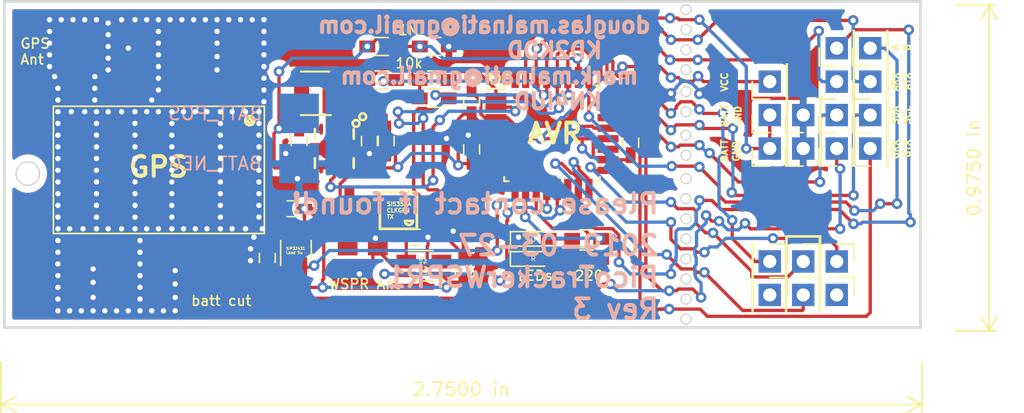
<source format=kicad_pcb>
(kicad_pcb (version 20171130) (host pcbnew "(5.1.0)-1")
  (layers (0 F.Cu signal) (31 B.Cu signal) (34 B.Paste user) (35 F.Paste user) (36 B.SilkS user) (37 F.SilkS user) (38 B.Mask user) (39 F.Mask user) (44 Edge.Cuts user))
  (net 0 "")
  (net 1 GND)
  (net 2 VCC)
  (net 3 VBATT)
  (net 4 "Net-(C3-Pad1)")
  (net 5 GPS_VCC)
  (net 6 WSPR_VCC)
  (net 7 SER_RXD)
  (net 8 SER_TXD)
  (net 9 SDA)
  (net 10 SCL)
  (net 11 SPI_MISO)
  (net 12 SPI_SCK)
  (net 13 SPI_RESET)
  (net 14 SPI_MOSI)
  (net 15 GPS_SER_OUT)
  (net 16 GPS_SER_IN)
  (net 17 SIG_A)
  (net 18 SIG_B)
  (net 19 GPS_RF_IN)
  (net 20 WSPR_RF_OUT)
  (net 21 "Net-(D1-Pad2)")
  (net 22 "Net-(D2-Pad2)")
  (net 23 "Net-(J1-Pad2)")
  (net 24 "Net-(L1-Pad2)")
  (net 25 GPS_ENABLE)
  (net 26 WSPR_ENABLE)
  (net 27 "Net-(M4-Pad2)")
  (net 28 "Net-(M4-Pad3)")
  (net 29 LED_1)
  (net 30 LED_2)
  (net 31 RESET)
  (net 32 REG_PS_CTL)
  (net 33 VBATT_SENSE)
  (net 34 "Net-(M3-Pad8_RE)")
  (module CustomFootprintLibrary:texas-S-PDSO-N10 (layer F.Cu) (at 78.74 74.93 180)
    (fp_text reference REG_3V3_BOARD1 hide)
    (fp_text value TPS61201 hide)
    (pad PP@2 smd oval (at 0 0.27432 180) (size 3.79984 0.2794) (layers F.Cu F.Paste F.Mask) (net 1 GND))
    (pad PP@1 smd oval (at 0 -0.27432 180) (size 3.79984 0.2794) (layers F.Cu F.Paste F.Mask) (net 1 GND))
    (pad PP smd oval (at 0 0 180) (size 2.39776 1.64846) (layers F.Cu F.Paste F.Mask) (net 1 GND))
    (pad 10 smd oval (at -0.99822 -1.4732 90) (size 0.84836 0.2794) (layers F.Cu F.Paste F.Mask) (net 2 VCC))
    (pad 9 smd oval (at -0.49784 -1.4732 90) (size 0.84836 0.2794) (layers F.Cu F.Paste F.Mask) (net 1 GND))
    (pad 8 smd oval (at 0 -1.4732 90) (size 0.84836 0.2794) (layers F.Cu F.Paste F.Mask) (net 32 REG_PS_CTL))
    (pad 7 smd oval (at 0.49784 -1.4732 90) (size 0.84836 0.2794) (layers F.Cu F.Paste F.Mask) (net 3 VBATT))
    (pad 6 smd oval (at 0.99822 -1.4732 90) (size 0.84836 0.2794) (layers F.Cu F.Paste F.Mask) (net 3 VBATT))
    (pad 5 smd oval (at 0.99822 1.4732 270) (size 0.84836 0.2794) (layers F.Cu F.Paste F.Mask) (net 3 VBATT))
    (pad 4 smd oval (at 0.49784 1.4732 270) (size 0.84836 0.2794) (layers F.Cu F.Paste F.Mask) (net 1 GND))
    (pad 3 smd oval (at 0 1.4732 270) (size 0.84836 0.2794) (layers F.Cu F.Paste F.Mask) (net 24 "Net-(L1-Pad2)"))
    (pad 2 smd oval (at -0.49784 1.4732 270) (size 0.84836 0.2794) (layers F.Cu F.Paste F.Mask) (net 2 VCC))
    (pad 1 smd oval (at -0.99822 1.4732 270) (size 0.84836 0.2794) (layers F.Cu F.Paste F.Mask) (net 4 "Net-(C3-Pad1)"))
  )
  (module Capacitors_SMD:C_0603_HandSoldering (layer F.Cu) (at 101.219 74.483 90)
    (fp_text reference C1 hide)
    (fp_text value .1uF)
    (pad 2 smd rect (at 0.95 0 90) (size 1.2 0.75) (layers F.Cu F.Paste F.Mask) (net 1 GND))
    (pad 1 smd rect (at -0.95 0 90) (size 1.2 0.75) (layers F.Cu F.Paste F.Mask) (net 2 VCC))
  )
  (module Capacitors_SMD:C_0603_HandSoldering (layer F.Cu) (at 76.073 74.361 270)
    (fp_text reference C2 hide)
    (fp_text value 22uF hide)
    (pad 1 smd rect (at -0.95 0 270) (size 1.2 0.75) (layers F.Cu F.Paste F.Mask) (net 3 VBATT))
    (pad 2 smd rect (at 0.95 0 270) (size 1.2 0.75) (layers F.Cu F.Paste F.Mask) (net 1 GND))
  )
  (module Capacitors_SMD:C_0603_HandSoldering (layer F.Cu) (at 81.407 74.361 270)
    (fp_text reference C3 hide)
    (fp_text value 1uF hide)
    (pad 2 smd rect (at 0.95 0 270) (size 1.2 0.75) (layers F.Cu F.Paste F.Mask) (net 1 GND))
    (pad 1 smd rect (at -0.95 0 270) (size 1.2 0.75) (layers F.Cu F.Paste F.Mask) (net 4 "Net-(C3-Pad1)"))
  )
  (module Capacitors_SMD:C_0603_HandSoldering (layer F.Cu) (at 82.677 74.361 270)
    (fp_text reference C4 hide)
    (fp_text value 22uF hide)
    (pad 1 smd rect (at -0.95 0 270) (size 1.2 0.75) (layers F.Cu F.Paste F.Mask) (net 2 VCC))
    (pad 2 smd rect (at 0.95 0 270) (size 1.2 0.75) (layers F.Cu F.Paste F.Mask) (net 1 GND))
  )
  (module Capacitors_SMD:C_0603_HandSoldering (layer F.Cu) (at 73.66 83.246 90)
    (fp_text reference C5 hide)
    (fp_text value .1uF)
    (pad 1 smd rect (at -0.95 0 90) (size 1.2 0.75) (layers F.Cu F.Paste F.Mask) (net 5 GPS_VCC))
    (pad 2 smd rect (at 0.95 0 90) (size 1.2 0.75) (layers F.Cu F.Paste F.Mask) (net 1 GND))
  )
  (module Capacitors_SMD:C_0603_HandSoldering (layer F.Cu) (at 75.504 79.502)
    (fp_text reference C6 hide)
    (fp_text value 22uF)
    (pad 1 smd rect (at -0.95 0) (size 1.2 0.75) (layers F.Cu F.Paste F.Mask) (net 1 GND))
    (pad 2 smd rect (at 0.95 0) (size 1.2 0.75) (layers F.Cu F.Paste F.Mask) (net 2 VCC))
  )
  (module Capacitors_SMD:C_0603_HandSoldering (layer F.Cu) (at 84.897 81.661)
    (fp_text reference C7 hide)
    (fp_text value 10uF hide)
    (pad 1 smd rect (at -0.95 0) (size 1.2 0.75) (layers F.Cu F.Paste F.Mask) (net 6 WSPR_VCC))
    (pad 2 smd rect (at 0.95 0) (size 1.2 0.75) (layers F.Cu F.Paste F.Mask) (net 1 GND))
  )
  (module Capacitors_SMD:C_0603_HandSoldering (layer F.Cu) (at 88.519 84.135 270)
    (fp_text reference C8 hide)
    (fp_text value 22uF hide)
    (pad 2 smd rect (at 0.95 0 270) (size 1.2 0.75) (layers F.Cu F.Paste F.Mask) (net 2 VCC))
    (pad 1 smd rect (at -0.95 0 270) (size 1.2 0.75) (layers F.Cu F.Paste F.Mask) (net 1 GND))
  )
  (module Capacitors_SMD:C_0603_HandSoldering (layer F.Cu) (at 89.154 71.374 90)
    (fp_text reference C9 hide)
    (fp_text value .1uF hide)
    (pad 2 smd rect (at 0.95 0 90) (size 1.2 0.75) (layers F.Cu F.Paste F.Mask) (net 1 GND))
    (pad 1 smd rect (at -0.95 0 90) (size 1.2 0.75) (layers F.Cu F.Paste F.Mask) (net 2 VCC))
  )
  (module Capacitors_SMD:C_0603_HandSoldering (layer F.Cu) (at 79.883 79.314 90)
    (fp_text reference C10 hide)
    (fp_text value .1uF hide)
    (pad 2 smd rect (at 0.95 0 90) (size 1.2 0.75) (layers F.Cu F.Paste F.Mask) (net 6 WSPR_VCC))
    (pad 1 smd rect (at -0.95 0 90) (size 1.2 0.75) (layers F.Cu F.Paste F.Mask) (net 1 GND))
  )
  (module Measurement_Points:Measurement_Point_Square-SMD-Pad_Big (layer B.Cu) (at 76.073 76.073)
    (fp_text reference CONN1 hide)
    (fp_text value BATT_NEG (at -6.35 0) (layer B.SilkS) (effects (justify mirror)))
    (pad 1 smd rect (at 0 0) (size 3 3) (layers B.Cu B.Mask) (net 1 GND))
  )
  (module Measurement_Points:Measurement_Point_Square-SMD-Pad_Big (layer B.Cu) (at 76.073 72.263)
    (fp_text reference CONN2 hide)
    (fp_text value BATT_POS (at -6.35 0) (layer B.SilkS) (effects (justify mirror)))
    (pad 1 smd rect (at 0 0) (size 3 3) (layers B.Cu B.Mask) (net 3 VBATT))
  )
  (module Socket_Strips:Socket_Strip_Straight_1x01_Pitch2.54mm (layer F.Cu) (at 111.76 74.93 90)
    (fp_text reference CONN3 hide)
    (fp_text value BATT_INPUT hide)
    (pad 1 thru_hole rect (at 0 0 90) (size 1.7 1.7) (drill 1) (layers *.Cu *.Mask) (net 3 VBATT))
  )
  (module Socket_Strips:Socket_Strip_Straight_1x01_Pitch2.54mm (layer F.Cu) (at 114.3 74.93 90)
    (fp_text reference CONN4 hide)
    (fp_text value GND_INPUT hide)
    (pad 1 thru_hole rect (at 0 0 90) (size 1.7 1.7) (drill 1) (layers *.Cu *.Mask) (net 1 GND))
  )
  (module Socket_Strips:Socket_Strip_Straight_1x01_Pitch2.54mm (layer F.Cu) (at 116.84 69.85 90)
    (fp_text reference CONN5 hide)
    (fp_text value MCU_SER_RXD hide)
    (pad 1 thru_hole rect (at 0 0 90) (size 1.7 1.7) (drill 1) (layers *.Cu *.Mask) (net 7 SER_RXD))
  )
  (module Socket_Strips:Socket_Strip_Straight_1x01_Pitch2.54mm (layer F.Cu) (at 119.38 69.85 90)
    (fp_text reference CONN6 hide)
    (fp_text value MCU_SER_TXD hide)
    (pad 1 thru_hole rect (at 0 0 90) (size 1.7 1.7) (drill 1) (layers *.Cu *.Mask) (net 8 SER_TXD))
  )
  (module Socket_Strips:Socket_Strip_Straight_1x01_Pitch2.54mm (layer F.Cu) (at 111.76 72.39 90)
    (fp_text reference CONN7 hide)
    (fp_text value BATT_TAP hide)
    (pad 1 thru_hole rect (at 0 0 90) (size 1.7 1.7) (drill 1) (layers *.Cu *.Mask) (net 3 VBATT))
  )
  (module Socket_Strips:Socket_Strip_Straight_1x01_Pitch2.54mm (layer F.Cu) (at 116.84 72.39 90)
    (fp_text reference CONN9 hide)
    (fp_text value SDA_TAP hide)
    (pad 1 thru_hole rect (at 0 0 90) (size 1.7 1.7) (drill 1) (layers *.Cu *.Mask) (net 9 SDA))
  )
  (module Socket_Strips:Socket_Strip_Straight_1x01_Pitch2.54mm (layer F.Cu) (at 119.38 72.39 90)
    (fp_text reference CONN10 hide)
    (fp_text value SCL_TAP hide)
    (pad 1 thru_hole rect (at 0 0 90) (size 1.7 1.7) (drill 1) (layers *.Cu *.Mask) (net 10 SCL))
  )
  (module Pin_Headers:Pin_Header_Straight_1x01_Pitch2.54mm (layer F.Cu) (at 116.84 83.506 270)
    (fp_text reference CONN11 hide)
    (fp_text value SPI_MISO hide)
    (pad 1 thru_hole rect (at 0 0 270) (size 1.7 1.7) (drill 1) (layers *.Cu *.Mask) (net 11 SPI_MISO))
  )
  (module Pin_Headers:Pin_Header_Straight_1x01_Pitch2.54mm (layer F.Cu) (at 114.3 83.506 270)
    (fp_text reference CONN12 hide)
    (fp_text value SPI_SCK hide)
    (pad 1 thru_hole rect (at 0 0 270) (size 1.7 1.7) (drill 1) (layers *.Cu *.Mask) (net 12 SPI_SCK))
  )
  (module Pin_Headers:Pin_Header_Straight_1x01_Pitch2.54mm (layer F.Cu) (at 111.76 83.506 270)
    (fp_text reference CONN13 hide)
    (fp_text value SPI_RESET hide)
    (pad 1 thru_hole rect (at 0 0 270) (size 1.7 1.7) (drill 1) (layers *.Cu *.Mask) (net 13 SPI_RESET))
  )
  (module Pin_Headers:Pin_Header_Straight_1x01_Pitch2.54mm (layer F.Cu) (at 116.84 86.046 270)
    (fp_text reference CONN14 hide)
    (fp_text value VBATT hide)
    (pad 1 thru_hole rect (at 0 0 270) (size 1.7 1.7) (drill 1) (layers *.Cu *.Mask))
  )
  (module Pin_Headers:Pin_Header_Straight_1x01_Pitch2.54mm (layer F.Cu) (at 114.3 86.046 270)
    (fp_text reference CONN15 hide)
    (fp_text value SPI_MOSI hide)
    (pad 1 thru_hole rect (at 0 0 270) (size 1.7 1.7) (drill 1) (layers *.Cu *.Mask) (net 14 SPI_MOSI))
  )
  (module Pin_Headers:Pin_Header_Straight_1x01_Pitch2.54mm (layer F.Cu) (at 111.76 86.046 270)
    (fp_text reference CONN16 hide)
    (fp_text value GND hide)
    (pad 1 thru_hole rect (at 0 0 270) (size 1.7 1.7) (drill 1) (layers *.Cu *.Mask))
  )
  (module Socket_Strips:Socket_Strip_Straight_1x01_Pitch2.54mm (layer F.Cu) (at 119.38 74.93 90)
    (fp_text reference CONN17 hide)
    (fp_text value GPS_SER_OUT hide)
    (pad 1 thru_hole rect (at 0 0 90) (size 1.7 1.7) (drill 1) (layers *.Cu *.Mask) (net 15 GPS_SER_OUT))
  )
  (module Socket_Strips:Socket_Strip_Straight_1x01_Pitch2.54mm (layer F.Cu) (at 116.84 74.93 90)
    (fp_text reference CONN18 hide)
    (fp_text value GPS_SER_IN hide)
    (pad 1 thru_hole rect (at 0 0 90) (size 1.7 1.7) (drill 1) (layers *.Cu *.Mask) (net 16 GPS_SER_IN))
  )
  (module Socket_Strips:Socket_Strip_Straight_1x01_Pitch2.54mm (layer F.Cu) (at 116.84 67.31 90)
    (fp_text reference CONN19 hide)
    (fp_text value SIG_A hide)
    (pad 1 thru_hole rect (at 0 0 90) (size 1.7 1.7) (drill 1) (layers *.Cu *.Mask) (net 17 SIG_A))
  )
  (module Socket_Strips:Socket_Strip_Straight_1x01_Pitch2.54mm (layer F.Cu) (at 119.38 67.31 90)
    (fp_text reference CONN20 hide)
    (fp_text value SIG_B hide)
    (pad 1 thru_hole rect (at 0 0 90) (size 1.7 1.7) (drill 1) (layers *.Cu *.Mask) (net 18 SIG_B))
  )
  (module LEDs:LED_0603_HandSoldering (layer F.Cu) (at 93.896 81.788)
    (fp_text reference D1 hide)
    (fp_text value LED_Small hide)
    (pad 2 smd rect (at 1.1 0) (size 1.2 0.9) (layers F.Cu F.Paste F.Mask) (net 21 "Net-(D1-Pad2)"))
    (pad 1 smd rect (at -1.1 0) (size 1.2 0.9) (layers F.Cu F.Paste F.Mask) (net 1 GND))
  )
  (module LEDs:LED_0603_HandSoldering (layer F.Cu) (at 93.896 83.312)
    (fp_text reference D2 hide)
    (fp_text value LED_Small hide)
    (pad 1 smd rect (at -1.1 0) (size 1.2 0.9) (layers F.Cu F.Paste F.Mask) (net 1 GND))
    (pad 2 smd rect (at 1.1 0) (size 1.2 0.9) (layers F.Cu F.Paste F.Mask) (net 22 "Net-(D2-Pad2)"))
  )
  (module CustomFootprintLibrary:CUT_TRACE (layer F.Cu) (at 70.104 84.836 90)
    (fp_text reference J1 hide)
    (fp_text value Conn_01x02 hide)
    (fp_line (start -0.381 0) (end 0.381 0) (layer F.Cu) (width 0.15))
    (pad 1 smd rect (at -0.635 0 90) (size 1 1) (layers F.Cu F.Paste F.Mask) (net 2 VCC))
    (pad 2 smd rect (at 0.635 0 90) (size 1 1) (layers F.Cu F.Paste F.Mask) (net 23 "Net-(J1-Pad2)"))
  )
  (module CustomFootprintLibrary:coilcraft-LPS3015-222 (layer F.Cu) (at 77.343 70.739)
    (fp_text reference L1 hide)
    (fp_text value 2.2uH hide)
    (pad 2 smd rect (at 1.0795 0) (size 1.143 3.048) (layers F.Cu F.Paste F.Mask) (net 24 "Net-(L1-Pad2)"))
    (pad 1 smd rect (at -1.0795 0) (size 1.143 3.048) (layers F.Cu F.Paste F.Mask) (net 3 VBATT))
  )
  (module TO_SOT_Packages_SMD:SOT-363_SC-70-6_Handsoldering (layer F.Cu) (at 75.834 82.61 90)
    (fp_text reference M1 hide)
    (fp_text value SIP32431DR3-T1GE3 hide)
    (pad 6 smd rect (at 1.33 -0.65 90) (size 1.5 0.4) (layers F.Cu F.Paste F.Mask))
    (pad 5 smd rect (at 1.33 0 90) (size 1.5 0.4) (layers F.Cu F.Paste F.Mask) (net 1 GND))
    (pad 4 smd rect (at 1.33 0.65 90) (size 1.5 0.4) (layers F.Cu F.Paste F.Mask) (net 2 VCC))
    (pad 3 smd rect (at -1.33 0.65 90) (size 1.5 0.4) (layers F.Cu F.Paste F.Mask) (net 25 GPS_ENABLE))
    (pad 2 smd rect (at -1.33 0 90) (size 1.5 0.4) (layers F.Cu F.Paste F.Mask) (net 1 GND))
    (pad 1 smd rect (at -1.33 -0.65 90) (size 1.5 0.4) (layers F.Cu F.Paste F.Mask) (net 5 GPS_VCC))
  )
  (module TO_SOT_Packages_SMD:SOT-363_SC-70-6_Handsoldering (layer F.Cu) (at 85.531 83.835)
    (fp_text reference M2 hide)
    (fp_text value SIP32431DR3-T1GE3 hide)
    (pad 1 smd rect (at -1.33 -0.65) (size 1.5 0.4) (layers F.Cu F.Paste F.Mask) (net 6 WSPR_VCC))
    (pad 2 smd rect (at -1.33 0) (size 1.5 0.4) (layers F.Cu F.Paste F.Mask) (net 1 GND))
    (pad 3 smd rect (at -1.33 0.65) (size 1.5 0.4) (layers F.Cu F.Paste F.Mask) (net 26 WSPR_ENABLE))
    (pad 4 smd rect (at 1.33 0.65) (size 1.5 0.4) (layers F.Cu F.Paste F.Mask) (net 2 VCC))
    (pad 5 smd rect (at 1.33 0) (size 1.5 0.4) (layers F.Cu F.Paste F.Mask) (net 1 GND))
    (pad 6 smd rect (at 1.33 -0.65) (size 1.5 0.4) (layers F.Cu F.Paste F.Mask))
  )
  (module CustomFootprintLibrary:UBLOX_NEO-6 (layer F.Cu) (at 64.93764 76.95184 90)
    (fp_text reference M3 hide)
    (fp_text value UBLOX_NEO-6 hide)
    (pad 1_RE smd rect (at 6.39826 7.39902 180) (size 0.79756 1.79832) (layers F.Cu F.Paste F.Mask))
    (pad 2_SS smd rect (at 6.39826 6.2992 180) (size 0.79756 1.79832) (layers F.Cu F.Paste F.Mask))
    (pad 3_TI smd rect (at 6.39826 5.19938 180) (size 0.79756 1.79832) (layers F.Cu F.Paste F.Mask))
    (pad 4_EX smd rect (at 6.39826 4.09956 180) (size 0.79756 1.79832) (layers F.Cu F.Paste F.Mask))
    (pad 5_US smd rect (at 6.39826 2.99974 180) (size 0.79756 1.79832) (layers F.Cu F.Paste F.Mask))
    (pad 6_US smd rect (at 6.39826 1.89992 180) (size 0.79756 1.79832) (layers F.Cu F.Paste F.Mask))
    (pad 7_VD smd rect (at 6.39826 0.79756 180) (size 0.79756 1.79832) (layers F.Cu F.Paste F.Mask) (net 1 GND))
    (pad 8_RE smd rect (at 6.39826 -2.19964 180) (size 0.79756 1.79832) (layers F.Cu F.Paste F.Mask) (net 34 "Net-(M3-Pad8_RE)"))
    (pad 9_VC smd rect (at 6.39826 -3.29946 180) (size 0.79756 1.79832) (layers F.Cu F.Paste F.Mask) (net 34 "Net-(M3-Pad8_RE)"))
    (pad 10_G smd rect (at 6.39826 -4.39928 180) (size 0.79756 1.79832) (layers F.Cu F.Paste F.Mask) (net 1 GND))
    (pad 11_R smd rect (at 6.39826 -5.4991 180) (size 0.79756 1.79832) (layers F.Cu F.Paste F.Mask) (net 19 GPS_RF_IN))
    (pad 12_G smd rect (at 6.39826 -6.59892 180) (size 0.79756 1.79832) (layers F.Cu F.Paste F.Mask) (net 1 GND))
    (pad 13_G smd rect (at -5.59816 -6.59892 180) (size 0.79756 1.79832) (layers F.Cu F.Paste F.Mask) (net 1 GND))
    (pad 14_M smd rect (at -5.59816 -5.4991 180) (size 0.79756 1.79832) (layers F.Cu F.Paste F.Mask))
    (pad 15_M smd rect (at -5.59816 -4.39928 180) (size 0.79756 1.79832) (layers F.Cu F.Paste F.Mask))
    (pad 16_C smd rect (at -5.59816 -3.29946 180) (size 0.79756 1.79832) (layers F.Cu F.Paste F.Mask))
    (pad 17_R smd rect (at -5.59816 -2.19964 180) (size 0.79756 1.79832) (layers F.Cu F.Paste F.Mask))
    (pad 18_S smd rect (at -5.59816 0.79756 180) (size 0.79756 1.79832) (layers F.Cu F.Paste F.Mask))
    (pad 19_S smd rect (at -5.59816 1.89992 180) (size 0.79756 1.79832) (layers F.Cu F.Paste F.Mask))
    (pad 20_T smd rect (at -5.59816 2.99974 180) (size 0.79756 1.79832) (layers F.Cu F.Paste F.Mask) (net 15 GPS_SER_OUT))
    (pad 21_R smd rect (at -5.59816 4.09956 180) (size 0.79756 1.79832) (layers F.Cu F.Paste F.Mask) (net 16 GPS_SER_IN))
    (pad 22_V smd rect (at -5.59816 5.19938 180) (size 0.79756 1.79832) (layers F.Cu F.Paste F.Mask) (net 23 "Net-(J1-Pad2)"))
    (pad 23_V smd rect (at -5.59816 6.2992 180) (size 0.79756 1.79832) (layers F.Cu F.Paste F.Mask) (net 5 GPS_VCC))
    (pad 24_G smd rect (at -5.59816 7.39902 180) (size 0.79756 1.79832) (layers F.Cu F.Paste F.Mask) (net 1 GND))
  )
  (module CustomFootprintLibrary:SI5351A (layer F.Cu) (at 83.602 79.629)
    (fp_text reference M4 hide)
    (fp_text value SI5351A hide)
    (pad 1 smd rect (at 2.25 0.99822 90) (size 0.24892 1.3) (layers F.Cu F.Paste F.Mask) (net 6 WSPR_VCC))
    (pad 2 smd rect (at 2.25 0.49784 90) (size 0.24892 1.3) (layers F.Cu F.Paste F.Mask) (net 27 "Net-(M4-Pad2)"))
    (pad 3 smd rect (at 2.25 0 90) (size 0.24892 1.3) (layers F.Cu F.Paste F.Mask) (net 28 "Net-(M4-Pad3)"))
    (pad 4 smd rect (at 2.25 -0.49784 90) (size 0.24892 1.3) (layers F.Cu F.Paste F.Mask) (net 10 SCL))
    (pad 5 smd rect (at 2.25 -0.99822 90) (size 0.24892 1.3) (layers F.Cu F.Paste F.Mask) (net 9 SDA))
    (pad 6 smd rect (at -2.25 -0.99822 270) (size 0.24892 1.3) (layers F.Cu F.Paste F.Mask))
    (pad 7 smd rect (at -2.25 -0.49784 270) (size 0.24892 1.3) (layers F.Cu F.Paste F.Mask) (net 6 WSPR_VCC))
    (pad 8 smd rect (at -2.25 0 270) (size 0.24892 1.3) (layers F.Cu F.Paste F.Mask) (net 1 GND))
    (pad 9 smd rect (at -2.25 0.49784 270) (size 0.24892 1.3) (layers F.Cu F.Paste F.Mask))
    (pad 10 smd rect (at -2.25 0.99822 270) (size 0.24892 1.3) (layers F.Cu F.Paste F.Mask) (net 20 WSPR_RF_OUT))
  )
  (module Resistors_SMD:R_0603_HandSoldering (layer F.Cu) (at 97.874 81.788)
    (fp_text reference R1 hide)
    (fp_text value 220 hide)
    (pad 2 smd rect (at 1.1 0) (size 1.2 0.9) (layers F.Cu F.Paste F.Mask) (net 29 LED_1))
    (pad 1 smd rect (at -1.1 0) (size 1.2 0.9) (layers F.Cu F.Paste F.Mask) (net 21 "Net-(D1-Pad2)"))
  )
  (module Resistors_SMD:R_0603_HandSoldering (layer F.Cu) (at 97.874 83.312)
    (fp_text reference R2 hide)
    (fp_text value 220 hide)
    (pad 1 smd rect (at -1.1 0) (size 1.2 0.9) (layers F.Cu F.Paste F.Mask) (net 22 "Net-(D2-Pad2)"))
    (pad 2 smd rect (at 1.1 0) (size 1.2 0.9) (layers F.Cu F.Paste F.Mask) (net 30 LED_2))
  )
  (module Resistors_SMD:R_0603_HandSoldering (layer F.Cu) (at 86.317 69.723)
    (fp_text reference R3 hide)
    (fp_text value 10k hide)
    (pad 2 smd rect (at 1.1 0) (size 1.2 0.9) (layers F.Cu F.Paste F.Mask) (net 31 RESET))
    (pad 1 smd rect (at -1.1 0) (size 1.2 0.9) (layers F.Cu F.Paste F.Mask) (net 2 VCC))
  )
  (module Resistors_SMD:R_0603_HandSoldering (layer F.Cu) (at 86.317 71.12)
    (fp_text reference R4 hide)
    (fp_text value 10k hide)
    (pad 1 smd rect (at -1.1 0) (size 1.2 0.9) (layers F.Cu F.Paste F.Mask) (net 2 VCC))
    (pad 2 smd rect (at 1.1 0) (size 1.2 0.9) (layers F.Cu F.Paste F.Mask) (net 9 SDA))
  )
  (module Resistors_SMD:R_0603_HandSoldering (layer F.Cu) (at 82.339 69.723)
    (fp_text reference R6 hide)
    (fp_text value 10k)
    (pad 1 smd rect (at -1.1 0) (size 1.2 0.9) (layers F.Cu F.Paste F.Mask) (net 2 VCC))
    (pad 2 smd rect (at 1.1 0) (size 1.2 0.9) (layers F.Cu F.Paste F.Mask) (net 13 SPI_RESET))
  )
  (module Housings_QFP:TQFP-32_7x7mm_Pitch0.8mm (layer F.Cu) (at 95.25 73.787)
    (fp_text reference U1 hide)
    (fp_text value ATMEGA328P-AU)
    (pad 32 smd rect (at -2.8 -4.25 90) (size 1.6 0.55) (layers F.Cu F.Paste F.Mask))
    (pad 31 smd rect (at -2 -4.25 90) (size 1.6 0.55) (layers F.Cu F.Paste F.Mask) (net 8 SER_TXD))
    (pad 30 smd rect (at -1.2 -4.25 90) (size 1.6 0.55) (layers F.Cu F.Paste F.Mask) (net 7 SER_RXD))
    (pad 29 smd rect (at -0.4 -4.25 90) (size 1.6 0.55) (layers F.Cu F.Paste F.Mask) (net 13 SPI_RESET))
    (pad 28 smd rect (at 0.4 -4.25 90) (size 1.6 0.55) (layers F.Cu F.Paste F.Mask) (net 10 SCL))
    (pad 27 smd rect (at 1.2 -4.25 90) (size 1.6 0.55) (layers F.Cu F.Paste F.Mask) (net 9 SDA))
    (pad 26 smd rect (at 2 -4.25 90) (size 1.6 0.55) (layers F.Cu F.Paste F.Mask) (net 33 VBATT_SENSE))
    (pad 25 smd rect (at 2.8 -4.25 90) (size 1.6 0.55) (layers F.Cu F.Paste F.Mask) (net 18 SIG_B))
    (pad 24 smd rect (at 4.25 -2.8) (size 1.6 0.55) (layers F.Cu F.Paste F.Mask) (net 16 GPS_SER_IN))
    (pad 23 smd rect (at 4.25 -2) (size 1.6 0.55) (layers F.Cu F.Paste F.Mask) (net 15 GPS_SER_OUT))
    (pad 22 smd rect (at 4.25 -1.2) (size 1.6 0.55) (layers F.Cu F.Paste F.Mask))
    (pad 21 smd rect (at 4.25 -0.4) (size 1.6 0.55) (layers F.Cu F.Paste F.Mask) (net 1 GND))
    (pad 20 smd rect (at 4.25 0.4) (size 1.6 0.55) (layers F.Cu F.Paste F.Mask) (net 2 VCC))
    (pad 19 smd rect (at 4.25 1.2) (size 1.6 0.55) (layers F.Cu F.Paste F.Mask))
    (pad 18 smd rect (at 4.25 2) (size 1.6 0.55) (layers F.Cu F.Paste F.Mask) (net 2 VCC))
    (pad 17 smd rect (at 4.25 2.8) (size 1.6 0.55) (layers F.Cu F.Paste F.Mask) (net 12 SPI_SCK))
    (pad 16 smd rect (at 2.8 4.25 90) (size 1.6 0.55) (layers F.Cu F.Paste F.Mask) (net 11 SPI_MISO))
    (pad 15 smd rect (at 2 4.25 90) (size 1.6 0.55) (layers F.Cu F.Paste F.Mask) (net 14 SPI_MOSI))
    (pad 14 smd rect (at 1.2 4.25 90) (size 1.6 0.55) (layers F.Cu F.Paste F.Mask) (net 17 SIG_A))
    (pad 13 smd rect (at 0.4 4.25 90) (size 1.6 0.55) (layers F.Cu F.Paste F.Mask) (net 26 WSPR_ENABLE))
    (pad 12 smd rect (at -0.4 4.25 90) (size 1.6 0.55) (layers F.Cu F.Paste F.Mask) (net 25 GPS_ENABLE))
    (pad 11 smd rect (at -1.2 4.25 90) (size 1.6 0.55) (layers F.Cu F.Paste F.Mask) (net 30 LED_2))
    (pad 10 smd rect (at -2 4.25 90) (size 1.6 0.55) (layers F.Cu F.Paste F.Mask) (net 29 LED_1))
    (pad 9 smd rect (at -2.8 4.25 90) (size 1.6 0.55) (layers F.Cu F.Paste F.Mask))
    (pad 8 smd rect (at -4.25 2.8) (size 1.6 0.55) (layers F.Cu F.Paste F.Mask))
    (pad 7 smd rect (at -4.25 2) (size 1.6 0.55) (layers F.Cu F.Paste F.Mask))
    (pad 6 smd rect (at -4.25 1.2) (size 1.6 0.55) (layers F.Cu F.Paste F.Mask) (net 2 VCC))
    (pad 5 smd rect (at -4.25 0.4) (size 1.6 0.55) (layers F.Cu F.Paste F.Mask) (net 1 GND))
    (pad 4 smd rect (at -4.25 -0.4) (size 1.6 0.55) (layers F.Cu F.Paste F.Mask) (net 2 VCC))
    (pad 3 smd rect (at -4.25 -1.2) (size 1.6 0.55) (layers F.Cu F.Paste F.Mask) (net 1 GND))
    (pad 2 smd rect (at -4.25 -2) (size 1.6 0.55) (layers F.Cu F.Paste F.Mask) (net 32 REG_PS_CTL))
    (pad 1 smd rect (at -4.25 -2.8) (size 1.6 0.55) (layers F.Cu F.Paste F.Mask) (net 31 RESET))
  )
  (module CustomFootprintLibrary:ABM8G-25.000MHZ-B4Y-T (layer F.Cu) (at 88.6079 80.0989 180)
    (fp_text reference Y1 hide)
    (fp_text value CRYSTAL_ABM8G hide)
    (pad 1 smd rect (at -0.8509 -1.1049 180) (size 1.1938 1.397) (layers F.Cu F.Paste F.Mask) (net 27 "Net-(M4-Pad2)"))
    (pad 2 smd rect (at -0.8509 1.1049 180) (size 1.1938 1.397) (layers F.Cu F.Paste F.Mask) (net 1 GND))
    (pad 3 smd rect (at 0.8509 1.1049 180) (size 1.1938 1.397) (layers F.Cu F.Paste F.Mask) (net 28 "Net-(M4-Pad3)"))
    (pad 4 smd rect (at 0.8509 -1.1049 180) (size 1.1938 1.397) (layers F.Cu F.Paste F.Mask) (net 1 GND))
  )
  (module Socket_Strips:Socket_Strip_Straight_1x01_Pitch2.54mm (layer F.Cu) (at 111.76 69.85 90)
    (fp_text reference CONN8 hide)
    (fp_text value VCC_TAP hide)
    (pad 1 thru_hole rect (at 0 0 90) (size 1.7 1.7) (drill 1) (layers *.Cu *.Mask) (net 2 VCC))
  )
  (module Socket_Strips:Socket_Strip_Straight_1x01_Pitch2.54mm (layer F.Cu) (at 114.3 72.39 90)
    (fp_text reference CONN25 hide)
    (fp_text value GND_TAP hide)
    (pad 1 thru_hole rect (at 0 0 90) (size 1.7 1.7) (drill 1) (layers *.Cu *.Mask) (net 1 GND))
  )
  (module Resistors_SMD:R_0603_HandSoldering (layer F.Cu) (at 82.339 67.183 180)
    (fp_text reference R7 hide)
    (fp_text value 1M)
    (pad 1 smd rect (at -1.1 0 180) (size 1.2 0.9) (layers F.Cu F.Paste F.Mask) (net 33 VBATT_SENSE))
    (pad 2 smd rect (at 1.1 0 180) (size 1.2 0.9) (layers F.Cu F.Paste F.Mask) (net 3 VBATT))
  )
  (module Resistors_SMD:R_0603_HandSoldering (layer F.Cu) (at 86.3268 67.183 180)
    (fp_text reference R8 hide)
    (fp_text value 1M)
    (pad 1 smd rect (at -1.1 0 180) (size 1.2 0.9) (layers F.Cu F.Paste F.Mask) (net 1 GND))
    (pad 2 smd rect (at 1.1 0 180) (size 1.2 0.9) (layers F.Cu F.Paste F.Mask) (net 33 VBATT_SENSE))
  )
  (module Capacitors_SMD:C_0603_HandSoldering (layer F.Cu) (at 89.154 74.996 90)
    (fp_text reference C11 hide)
    (fp_text value .1uF)
    (pad 2 smd rect (at 0.95 0 90) (size 1.2 0.75) (layers F.Cu F.Paste F.Mask) (net 1 GND))
    (pad 1 smd rect (at -0.95 0 90) (size 1.2 0.75) (layers F.Cu F.Paste F.Mask) (net 2 VCC))
  )
  (module Measurement_Points:Measurement_Point_Square-SMD-Pad_Big (layer F.Cu) (at 62.992 67.31 90)
    (fp_text reference CONN21 hide)
    (fp_text value GPS_RF_GND)
    (pad 1 smd rect (at 0 0 90) (size 3 3) (layers F.Cu F.Mask) (net 1 GND))
  )
  (module Measurement_Points:Measurement_Point_Square-SMD-Pad_Big (layer F.Cu) (at 59.436 67.31 90)
    (fp_text reference CONN22 hide)
    (fp_text value GPS_RF_IN)
    (pad 1 smd rect (at 0 0 90) (size 3 3) (layers F.Cu F.Mask) (net 19 GPS_RF_IN))
  )
  (module Measurement_Points:Measurement_Point_Square-SMD-Pad_Small (layer F.Cu) (at 82.042 82.296)
    (fp_text reference CONN23 hide)
    (fp_text value WSPR_RF_GND)
    (pad 1 smd rect (at 0 0) (size 1.5 1.5) (layers F.Cu F.Mask) (net 1 GND))
  )
  (module Measurement_Points:Measurement_Point_Square-SMD-Pad_Small (layer F.Cu) (at 79.756 82.296)
    (fp_text reference CONN24 hide)
    (fp_text value WSPR_RF_OUT)
    (pad 1 smd rect (at 0 0) (size 1.5 1.5) (layers F.Cu F.Mask) (net 20 WSPR_RF_OUT))
  )
  (gr_text A (at 121.285 66.929 90) (layer F.SilkS) (effects (font (size 0.5 0.5) (thickness 0.125)) (justify right)))
  (gr_text B (at 122.174 66.929 90) (layer F.SilkS) (effects (font (size 0.5 0.5) (thickness 0.125)) (justify right)))
  (gr_text ATX (at 122.174 69.088 90) (layer F.SilkS) (effects (font (size 0.5 0.5) (thickness 0.125)) (justify right)))
  (gr_text ARX (at 121.285 69.088 90) (layer F.SilkS) (effects (font (size 0.5 0.5) (thickness 0.125)) (justify right)))
  (gr_text SDA (at 121.285 71.628 90) (layer F.SilkS) (effects (font (size 0.5 0.5) (thickness 0.125)) (justify right)))
  (gr_text SCL (at 122.174 71.628 90) (layer F.SilkS) (effects (font (size 0.5 0.5) (thickness 0.125)) (justify right)))
  (gr_text GTX (at 122.174 74.168 90) (layer F.SilkS) (effects (font (size 0.5 0.5) (thickness 0.125)) (justify right)))
  (gr_text GRX (at 121.285 74.168 90) (layer F.SilkS) (effects (font (size 0.5 0.5) (thickness 0.125)) (justify right)))
  (gr_text VCC (at 108.331 69.088 90) (layer F.SilkS) (effects (font (size 0.5 0.5) (thickness 0.125)) (justify right)))
  (gr_text BATT (at 108.331 71.501 90) (layer F.SilkS) (effects (font (size 0.5 0.5) (thickness 0.125)) (justify right)))
  (gr_text GND (at 109.347 71.628 90) (layer F.SilkS) (effects (font (size 0.5 0.5) (thickness 0.125)) (justify right)))
  (gr_text GND (at 109.22 74.295 90) (layer F.SilkS) (effects (font (size 0.5 0.5) (thickness 0.125)) (justify right)))
  (gr_text BATT (at 108.331 74.168 90) (layer F.SilkS) (effects (font (size 0.5 0.5) (thickness 0.125)) (justify right)))
  (gr_circle (center 105.41 64.389) (end 105.791 64.393) (layer Edge.Cuts) (width 0.1))
  (gr_circle (center 105.41 65.913) (end 105.791 65.917) (layer Edge.Cuts) (width 0.1))
  (gr_circle (center 105.41 67.437) (end 105.791 67.441) (layer Edge.Cuts) (width 0.1))
  (gr_circle (center 105.41 68.961) (end 105.791 68.965) (layer Edge.Cuts) (width 0.1))
  (gr_circle (center 105.41 70.612) (end 105.791 70.616) (layer Edge.Cuts) (width 0.1))
  (gr_circle (center 105.41 72.136) (end 105.791 72.14) (layer Edge.Cuts) (width 0.1))
  (gr_circle (center 105.41 73.914) (end 105.791 73.918) (layer Edge.Cuts) (width 0.1))
  (gr_circle (center 105.41 75.438) (end 105.791 75.442) (layer Edge.Cuts) (width 0.1))
  (gr_circle (center 105.41 77.216) (end 105.791 77.22) (layer Edge.Cuts) (width 0.1))
  (gr_circle (center 105.41 78.74) (end 105.791 78.744) (layer Edge.Cuts) (width 0.1))
  (gr_circle (center 105.41 80.264) (end 105.791 80.268) (layer Edge.Cuts) (width 0.1))
  (gr_circle (center 105.41 81.788) (end 105.791 81.792) (layer Edge.Cuts) (width 0.1))
  (gr_circle (center 105.41 83.312) (end 105.791 83.316) (layer Edge.Cuts) (width 0.1))
  (gr_circle (center 105.41 86.36) (end 105.791 86.364) (layer Edge.Cuts) (width 0.1))
  (gr_circle (center 105.41 84.836) (end 105.791 84.84) (layer Edge.Cuts) (width 0.1))
  (dimension 24.765 (width 0.15) (layer F.SilkS) (gr_text "24.765 mm" (at 129.697 76.3905 90) (layer F.SilkS) (effects (font (size 1 1) (thickness 0.15)))) (feature1 (pts (xy 125.857 88.773) (xy 128.983421 88.773))) (feature2 (pts (xy 125.857 64.008) (xy 128.983421 64.008))) (crossbar (pts (xy 128.397 64.008) (xy 128.397 88.773))) (arrow1a (pts (xy 128.397 88.773) (xy 127.810579 87.646496))) (arrow1b (pts (xy 128.397 88.773) (xy 128.983421 87.646496))) (arrow2a (pts (xy 128.397 64.008) (xy 127.810579 65.134504))) (arrow2b (pts (xy 128.397 64.008) (xy 128.983421 65.134504))))
  (dimension 69.85 (width 0.15) (layer F.SilkS) (gr_text "69.850 mm" (at 88.392 95.661) (layer F.SilkS) (effects (font (size 1 1) (thickness 0.15)))) (feature1 (pts (xy 123.317 91.186) (xy 123.317 94.947421))) (feature2 (pts (xy 53.467 91.186) (xy 53.467 94.947421))) (crossbar (pts (xy 53.467 94.361) (xy 123.317 94.361))) (arrow1a (pts (xy 123.317 94.361) (xy 122.190496 94.947421))) (arrow1b (pts (xy 123.317 94.361) (xy 122.190496 93.774579))) (arrow2a (pts (xy 53.467 94.361) (xy 54.593504 94.947421))) (arrow2b (pts (xy 53.467 94.361) (xy 54.593504 93.774579))))
  (gr_text 1M (at 83.5152 65.9384) (layer F.SilkS) (effects (font (size 0.75 0.75) (thickness 0.127)) (justify left)))
  (gr_text "2019-03-27\nPicoTrackerWSPR1\nRev 3" (at 103.505 84.709) (layer B.SilkS) (effects (font (size 1.5 1.5) (thickness 0.3)) (justify left mirror)))
  (gr_text R (at 93.599 83.312) (layer F.SilkS) (effects (font (size 0.4 0.4) (thickness 0.05)) (justify left)))
  (gr_text G (at 93.599 81.788) (layer F.SilkS) (effects (font (size 0.4 0.4) (thickness 0.05)) (justify left)))
  (gr_text "SIP32431\nLoad Sw" (at 85.471 84.582 90) (layer F.SilkS) (effects (font (size 0.2 0.2) (thickness 0.05)) (justify left)))
  (gr_text "SI5351A\nCLKGEN\nTX" (at 82.677 79.629) (layer F.SilkS) (effects (font (size 0.3 0.3) (thickness 0.075)) (justify left)))
  (gr_text "SIP32431\nLoad Sw" (at 75.057 82.677) (layer F.SilkS) (effects (font (size 0.2 0.2) (thickness 0.05)) (justify left)))
  (gr_text AVR (at 93.218 73.787) (layer F.SilkS) (effects (font (size 1.5 1.5) (thickness 0.3)) (justify left)))
  (gr_text GPS (at 62.992 76.327) (layer F.SilkS) (effects (font (size 1.5 1.5) (thickness 0.3)) (justify left)))
  (gr_text "WSPR Ant" (at 78.232 85.217) (layer F.SilkS) (effects (font (size 0.75 0.75) (thickness 0.127)) (justify left)))
  (gr_text "GPS\nAnt" (at 54.864 67.564) (layer F.SilkS) (effects (font (size 0.75 0.75) (thickness 0.127)) (justify left)))
  (gr_text "Please contact if found!" (at 103.505 79.121) (layer B.SilkS) (effects (font (size 1.5 1.5) (thickness 0.3)) (justify left mirror)))
  (gr_text "douglas.malnati@gmail.com\n    KD2KDD\n mark.malnati@gmail.com\n    KN4IUD" (at 102.87 68.453) (layer B.SilkS) (effects (font (size 1.2 1.2) (thickness 0.3)) (justify left mirror)))
  (gr_text "batt cut" (at 67.818 86.487) (layer F.SilkS) (effects (font (size 0.75 0.75) (thickness 0.127)) (justify left)))
  (gr_text LEDs (at 92.583 84.582) (layer F.SilkS) (effects (font (size 0.75 0.75) (thickness 0.127)) (justify left)))
  (gr_circle (center 90.297 82.296) (end 90.297 82.423) (layer F.SilkS) (width 0.2))
  (gr_text 220 (at 96.901 84.582) (layer F.SilkS) (effects (font (size 0.75 0.75) (thickness 0.127)) (justify left)))
  (gr_text 10k (at 83.312 68.453) (layer F.SilkS) (effects (font (size 0.75 0.75) (thickness 0.127)) (justify left)))
  (gr_line (start 53.721 63.754) (end 53.721 88.519) (layer Edge.Cuts) (width 0.2))
  (gr_line (start 123.19 63.754) (end 53.721 63.754) (layer Edge.Cuts) (width 0.2))
  (gr_line (start 123.19 88.519) (end 53.721 88.519) (layer Edge.Cuts) (width 0.2))
  (gr_line (start 123.19 63.754) (end 123.19 88.519) (layer Edge.Cuts) (width 0.2))
  (gr_circle (center 105.41 87.884) (end 105.791 87.888) (layer Edge.Cuts) (width 0.1))
  (gr_circle (center 55.499 76.835) (end 56.388 76.835) (layer Edge.Cuts) (width 0.1))
  (gr_line (start 115.57 81.601) (end 115.57 82.236) (layer F.SilkS) (width 0.2))
  (gr_line (start 113.03 81.601) (end 115.57 81.601) (layer F.SilkS) (width 0.2))
  (gr_line (start 113.03 82.236) (end 113.03 81.601) (layer F.SilkS) (width 0.2))
  (gr_circle (center 80.899 72.517) (end 80.899 72.771) (layer F.SilkS) (width 0.2))
  (gr_circle (center 80.391 73.025) (end 80.137 73.025) (layer F.SilkS) (width 0.2))
  (gr_circle (center 90.932 69.596) (end 91.186 69.85) (layer F.SilkS) (width 0.2))
  (via (at 75.946 77.216) (size 0.8) (drill 0.4) (layers F.Cu B.Cu) (net 1))
  (via (at 92.71 81.661) (size 0.8) (drill 0.4) (layers F.Cu B.Cu) (net 1))
  (via (at 87.4268 67.183) (size 0.8) (drill 0.4) (layers F.Cu B.Cu) (net 1))
  (segment (start 75.834 81.28) (end 75.834 82.28) (width 0.25) (layer F.Cu) (net 1))
  (segment (start 75.728998 83.834998) (end 75.834 83.94) (width 0.25) (layer F.Cu) (net 1))
  (segment (start 75.728998 82.385002) (end 75.728998 83.834998) (width 0.25) (layer F.Cu) (net 1))
  (segment (start 75.834 82.28) (end 75.728998 82.385002) (width 0.25) (layer F.Cu) (net 1))
  (segment (start 86.861 83.835) (end 85.861 83.835) (width 0.25) (layer F.Cu) (net 1))
  (segment (start 85.861 83.835) (end 85.785999 83.759999) (width 0.25) (layer F.Cu) (net 1))
  (segment (start 85.785999 83.759999) (end 85.785999 82.347001) (width 0.25) (layer F.Cu) (net 1))
  (segment (start 85.785999 82.347001) (end 85.847 82.286) (width 0.25) (layer F.Cu) (net 1))
  (segment (start 85.847 82.286) (end 85.847 81.661) (width 0.25) (layer F.Cu) (net 1))
  (segment (start 81.661 81.931) (end 81.8595 81.7325) (width 0.25) (layer F.Cu) (net 1))
  (segment (start 81.661 82.931) (end 81.661 81.931) (width 0.25) (layer F.Cu) (net 1))
  (segment (start 82.327001 81.264999) (end 82.327001 79.742379) (width 0.25) (layer F.Cu) (net 1))
  (segment (start 82.327001 79.742379) (end 82.213622 79.629) (width 0.25) (layer F.Cu) (net 1))
  (segment (start 82.213622 79.629) (end 81.352 79.629) (width 0.25) (layer F.Cu) (net 1))
  (segment (start 89.4588 78.994) (end 89.4588 79.0956) (width 0.25) (layer F.Cu) (net 1))
  (segment (start 89.4588 79.0956) (end 90.380701 80.017501) (width 0.25) (layer F.Cu) (net 1))
  (segment (start 90.380701 80.017501) (end 90.380701 82.162301) (width 0.25) (layer F.Cu) (net 1))
  (segment (start 90.380701 82.162301) (end 89.358002 83.185) (width 0.25) (layer F.Cu) (net 1))
  (segment (start 89.358002 83.185) (end 88.519 83.185) (width 0.25) (layer F.Cu) (net 1))
  (segment (start 81.352 79.629) (end 80.518 79.629) (width 0.25) (layer F.Cu) (net 1))
  (segment (start 80.518 79.629) (end 79.883 80.264) (width 0.25) (layer F.Cu) (net 1))
  (segment (start 88.519 83.185) (end 88.519 82.96) (width 0.25) (layer F.Cu) (net 1))
  (segment (start 88.519 82.96) (end 87.22 81.661) (width 0.25) (layer F.Cu) (net 1))
  (segment (start 87.22 81.661) (end 85.847 81.661) (width 0.25) (layer F.Cu) (net 1))
  (segment (start 88.519 83.185) (end 88.519 81.9658) (width 0.25) (layer F.Cu) (net 1))
  (segment (start 88.519 81.9658) (end 87.757 81.2038) (width 0.25) (layer F.Cu) (net 1))
  (segment (start 85.861 83.835) (end 84.201 83.835) (width 0.25) (layer F.Cu) (net 1))
  (segment (start 88.519 83.185) (end 87.869 83.835) (width 0.25) (layer F.Cu) (net 1))
  (segment (start 87.869 83.835) (end 86.861 83.835) (width 0.25) (layer F.Cu) (net 1))
  (segment (start 58.33872 71.70274) (end 58.413721 71.777741) (width 0.25) (layer F.Cu) (net 1))
  (segment (start 58.413721 71.777741) (end 60.463359 71.777741) (width 0.25) (layer F.Cu) (net 1))
  (segment (start 60.463359 71.777741) (end 60.53836 71.70274) (width 0.25) (layer F.Cu) (net 1))
  (segment (start 60.53836 71.70274) (end 60.53836 70.55358) (width 0.25) (layer F.Cu) (net 1))
  (segment (start 73.66 82.296) (end 72.59066 82.296) (width 0.25) (layer F.Cu) (net 1))
  (segment (start 72.59066 82.296) (end 72.33666 82.55) (width 0.25) (layer F.Cu) (net 1))
  (segment (start 74.554 79.502) (end 74.554 82.027) (width 0.25) (layer F.Cu) (net 1))
  (segment (start 74.554 82.027) (end 74.285 82.296) (width 0.25) (layer F.Cu) (net 1))
  (segment (start 74.285 82.296) (end 73.66 82.296) (width 0.25) (layer F.Cu) (net 1))
  (segment (start 75.834 81.28) (end 75.834 80.394998) (width 0.25) (layer F.Cu) (net 1))
  (segment (start 75.834 80.394998) (end 75.566002 80.127) (width 0.25) (layer F.Cu) (net 1))
  (segment (start 75.566002 80.127) (end 75.404 80.127) (width 0.25) (layer F.Cu) (net 1))
  (segment (start 75.404 80.127) (end 74.779 79.502) (width 0.25) (layer F.Cu) (net 1))
  (segment (start 74.779 79.502) (end 74.554 79.502) (width 0.25) (layer F.Cu) (net 1))
  (segment (start 79.121 75.311) (end 78.74 74.93) (width 0.25) (layer F.Cu) (net 1))
  (segment (start 82.677 75.311) (end 81.407 75.311) (width 0.25) (layer F.Cu) (net 1))
  (segment (start 76.073 75.311) (end 78.47438 75.311) (width 0.25) (layer F.Cu) (net 1))
  (segment (start 78.47438 75.311) (end 78.74 75.04538) (width 0.25) (layer F.Cu) (net 1))
  (segment (start 78.74 75.04538) (end 78.74 74.93) (width 0.25) (layer F.Cu) (net 1))
  (segment (start 79.23784 76.4032) (end 79.23784 75.42784) (width 0.25) (layer F.Cu) (net 1))
  (segment (start 79.23784 75.42784) (end 78.74 74.93) (width 0.25) (layer F.Cu) (net 1))
  (segment (start 78.24216 73.4568) (end 78.24216 74.43216) (width 0.25) (layer F.Cu) (net 1))
  (segment (start 78.24216 74.43216) (end 78.74 74.93) (width 0.25) (layer F.Cu) (net 1))
  (segment (start 84.201 83.835) (end 83.201 83.835) (width 0.25) (layer F.Cu) (net 1))
  (segment (start 82.297 82.931) (end 81.661 82.931) (width 0.25) (layer F.Cu) (net 1))
  (segment (start 83.201 83.835) (end 82.297 82.931) (width 0.25) (layer F.Cu) (net 1))
  (via (at 88.9 73.914) (size 0.8) (drill 0.4) (layers F.Cu B.Cu) (net 1))
  (via (at 63.119 67.31) (size 0.8) (drill 0.4) (layers F.Cu B.Cu) (net 1))
  (via (at 80.645 84.455) (size 0.8) (drill 0.4) (layers F.Cu B.Cu) (net 1))
  (segment (start 81.661 83.439) (end 80.645 84.455) (width 0.25) (layer F.Cu) (net 1))
  (segment (start 81.661 82.931) (end 81.661 83.439) (width 0.25) (layer F.Cu) (net 1))
  (segment (start 58.33872 70.55358) (end 58.33872 71.70274) (width 0.25) (layer F.Cu) (net 1))
  (via (at 57.15 68.707) (size 0.8) (drill 0.4) (layers F.Cu B.Cu) (net 1))
  (via (at 57.15 67.818) (size 0.8) (drill 0.4) (layers F.Cu B.Cu) (net 1))
  (via (at 57.15 66.929) (size 0.8) (drill 0.4) (layers F.Cu B.Cu) (net 1))
  (via (at 57.15 66.04) (size 0.8) (drill 0.4) (layers F.Cu B.Cu) (net 1))
  (via (at 57.15 65.151) (size 0.8) (drill 0.4) (layers F.Cu B.Cu) (net 1))
  (via (at 58.039 65.151) (size 0.8) (drill 0.4) (layers F.Cu B.Cu) (net 1))
  (via (at 58.928 65.151) (size 0.8) (drill 0.4) (layers F.Cu B.Cu) (net 1))
  (via (at 59.817 65.151) (size 0.8) (drill 0.4) (layers F.Cu B.Cu) (net 1))
  (via (at 60.706 65.151) (size 0.8) (drill 0.4) (layers F.Cu B.Cu) (net 1))
  (via (at 61.595 65.405) (size 0.8) (drill 0.4) (layers F.Cu B.Cu) (net 1))
  (via (at 61.595 66.294) (size 0.8) (drill 0.4) (layers F.Cu B.Cu) (net 1))
  (via (at 61.595 67.183) (size 0.8) (drill 0.4) (layers F.Cu B.Cu) (net 1))
  (via (at 61.595 68.072) (size 0.8) (drill 0.4) (layers F.Cu B.Cu) (net 1))
  (via (at 61.595 68.961) (size 0.8) (drill 0.4) (layers F.Cu B.Cu) (net 1))
  (via (at 57.785 81.026) (size 0.8) (drill 0.4) (layers F.Cu B.Cu) (net 1))
  (via (at 57.785 80.137) (size 0.8) (drill 0.4) (layers F.Cu B.Cu) (net 1))
  (via (at 57.785 79.248) (size 0.8) (drill 0.4) (layers F.Cu B.Cu) (net 1))
  (via (at 57.785 78.359) (size 0.8) (drill 0.4) (layers F.Cu B.Cu) (net 1))
  (via (at 57.785 77.47) (size 0.8) (drill 0.4) (layers F.Cu B.Cu) (net 1))
  (via (at 57.785 76.581) (size 0.8) (drill 0.4) (layers F.Cu B.Cu) (net 1))
  (via (at 57.785 75.692) (size 0.8) (drill 0.4) (layers F.Cu B.Cu) (net 1))
  (via (at 57.785 74.803) (size 0.8) (drill 0.4) (layers F.Cu B.Cu) (net 1))
  (via (at 57.785 73.914) (size 0.8) (drill 0.4) (layers F.Cu B.Cu) (net 1))
  (via (at 57.785 73.025) (size 0.8) (drill 0.4) (layers F.Cu B.Cu) (net 1))
  (via (at 57.785 72.136) (size 0.8) (drill 0.4) (layers F.Cu B.Cu) (net 1))
  (via (at 57.785 71.247) (size 0.8) (drill 0.4) (layers F.Cu B.Cu) (net 1))
  (via (at 57.785 70.358) (size 0.8) (drill 0.4) (layers F.Cu B.Cu) (net 1))
  (via (at 57.531 69.469) (size 0.8) (drill 0.4) (layers F.Cu B.Cu) (net 1))
  (via (at 73.025 72.136) (size 0.8) (drill 0.4) (layers F.Cu B.Cu) (net 1))
  (via (at 73.025 74.803) (size 0.8) (drill 0.4) (layers F.Cu B.Cu) (net 1))
  (via (at 73.025 76.581) (size 0.8) (drill 0.4) (layers F.Cu B.Cu) (net 1))
  (via (at 73.025 78.359) (size 0.8) (drill 0.4) (layers F.Cu B.Cu) (net 1))
  (via (at 72.644 81.661) (size 0.8) (drill 0.4) (layers F.Cu B.Cu) (net 1))
  (via (at 73.025 80.137) (size 0.8) (drill 0.4) (layers F.Cu B.Cu) (net 1))
  (via (at 73.025 73.025) (size 0.8) (drill 0.4) (layers F.Cu B.Cu) (net 1))
  (via (at 73.025 75.692) (size 0.8) (drill 0.4) (layers F.Cu B.Cu) (net 1))
  (via (at 73.025 77.47) (size 0.8) (drill 0.4) (layers F.Cu B.Cu) (net 1))
  (via (at 73.025 79.248) (size 0.8) (drill 0.4) (layers F.Cu B.Cu) (net 1))
  (via (at 73.025 73.914) (size 0.8) (drill 0.4) (layers F.Cu B.Cu) (net 1))
  (via (at 60.706 76.581) (size 0.8) (drill 0.4) (layers F.Cu B.Cu) (net 1))
  (via (at 60.706 78.359) (size 0.8) (drill 0.4) (layers F.Cu B.Cu) (net 1))
  (via (at 60.706 79.248) (size 0.8) (drill 0.4) (layers F.Cu B.Cu) (net 1))
  (via (at 60.706 73.025) (size 0.8) (drill 0.4) (layers F.Cu B.Cu) (net 1))
  (via (at 60.706 81.026) (size 0.8) (drill 0.4) (layers F.Cu B.Cu) (net 1))
  (via (at 60.706 77.47) (size 0.8) (drill 0.4) (layers F.Cu B.Cu) (net 1))
  (via (at 60.706 80.137) (size 0.8) (drill 0.4) (layers F.Cu B.Cu) (net 1))
  (via (at 60.706 73.914) (size 0.8) (drill 0.4) (layers F.Cu B.Cu) (net 1))
  (via (at 60.706 74.803) (size 0.8) (drill 0.4) (layers F.Cu B.Cu) (net 1))
  (via (at 60.706 72.136) (size 0.8) (drill 0.4) (layers F.Cu B.Cu) (net 1))
  (via (at 60.706 75.692) (size 0.8) (drill 0.4) (layers F.Cu B.Cu) (net 1))
  (via (at 63.627 80.137) (size 0.8) (drill 0.4) (layers F.Cu B.Cu) (net 1))
  (via (at 63.627 79.248) (size 0.8) (drill 0.4) (layers F.Cu B.Cu) (net 1))
  (via (at 63.627 73.914) (size 0.8) (drill 0.4) (layers F.Cu B.Cu) (net 1))
  (via (at 63.627 81.026) (size 0.8) (drill 0.4) (layers F.Cu B.Cu) (net 1))
  (via (at 63.627 75.692) (size 0.8) (drill 0.4) (layers F.Cu B.Cu) (net 1))
  (via (at 63.627 76.581) (size 0.8) (drill 0.4) (layers F.Cu B.Cu) (net 1))
  (via (at 63.627 78.359) (size 0.8) (drill 0.4) (layers F.Cu B.Cu) (net 1))
  (via (at 63.627 73.025) (size 0.8) (drill 0.4) (layers F.Cu B.Cu) (net 1))
  (via (at 63.627 77.47) (size 0.8) (drill 0.4) (layers F.Cu B.Cu) (net 1))
  (via (at 63.627 74.803) (size 0.8) (drill 0.4) (layers F.Cu B.Cu) (net 1))
  (via (at 63.627 72.136) (size 0.8) (drill 0.4) (layers F.Cu B.Cu) (net 1))
  (via (at 66.421 80.137) (size 0.8) (drill 0.4) (layers F.Cu B.Cu) (net 1))
  (via (at 66.421 81.026) (size 0.8) (drill 0.4) (layers F.Cu B.Cu) (net 1))
  (via (at 66.421 73.025) (size 0.8) (drill 0.4) (layers F.Cu B.Cu) (net 1))
  (via (at 66.421 79.248) (size 0.8) (drill 0.4) (layers F.Cu B.Cu) (net 1))
  (via (at 66.421 77.47) (size 0.8) (drill 0.4) (layers F.Cu B.Cu) (net 1))
  (via (at 66.421 76.581) (size 0.8) (drill 0.4) (layers F.Cu B.Cu) (net 1))
  (via (at 66.421 75.692) (size 0.8) (drill 0.4) (layers F.Cu B.Cu) (net 1))
  (via (at 66.421 73.914) (size 0.8) (drill 0.4) (layers F.Cu B.Cu) (net 1))
  (via (at 66.421 78.359) (size 0.8) (drill 0.4) (layers F.Cu B.Cu) (net 1))
  (via (at 66.421 74.803) (size 0.8) (drill 0.4) (layers F.Cu B.Cu) (net 1))
  (via (at 66.421 72.136) (size 0.8) (drill 0.4) (layers F.Cu B.Cu) (net 1))
  (via (at 70.104 74.803) (size 0.8) (drill 0.4) (layers F.Cu B.Cu) (net 1))
  (via (at 70.104 76.581) (size 0.8) (drill 0.4) (layers F.Cu B.Cu) (net 1))
  (via (at 70.104 75.692) (size 0.8) (drill 0.4) (layers F.Cu B.Cu) (net 1))
  (via (at 70.104 78.359) (size 0.8) (drill 0.4) (layers F.Cu B.Cu) (net 1))
  (via (at 70.104 81.026) (size 0.8) (drill 0.4) (layers F.Cu B.Cu) (net 1))
  (via (at 70.104 73.025) (size 0.8) (drill 0.4) (layers F.Cu B.Cu) (net 1))
  (via (at 70.104 72.136) (size 0.8) (drill 0.4) (layers F.Cu B.Cu) (net 1))
  (via (at 70.104 79.248) (size 0.8) (drill 0.4) (layers F.Cu B.Cu) (net 1))
  (via (at 70.104 77.47) (size 0.8) (drill 0.4) (layers F.Cu B.Cu) (net 1))
  (via (at 70.104 80.137) (size 0.8) (drill 0.4) (layers F.Cu B.Cu) (net 1))
  (via (at 70.104 73.914) (size 0.8) (drill 0.4) (layers F.Cu B.Cu) (net 1))
  (via (at 75.057 75.311) (size 0.8) (drill 0.4) (layers F.Cu B.Cu) (net 1))
  (segment (start 75.311 75.311) (end 76.073 76.073) (width 0.25) (layer B.Cu) (net 1))
  (segment (start 75.057 75.311) (end 75.311 75.311) (width 0.25) (layer B.Cu) (net 1))
  (segment (start 76.073 75.311) (end 75.057 75.311) (width 0.25) (layer F.Cu) (net 1))
  (via (at 58.674 81.026) (size 0.8) (drill 0.4) (layers F.Cu B.Cu) (net 1))
  (via (at 59.69 81.026) (size 0.8) (drill 0.4) (layers F.Cu B.Cu) (net 1))
  (via (at 61.595 81.026) (size 0.8) (drill 0.4) (layers F.Cu B.Cu) (net 1))
  (via (at 62.611 81.026) (size 0.8) (drill 0.4) (layers F.Cu B.Cu) (net 1))
  (via (at 64.516 81.026) (size 0.8) (drill 0.4) (layers F.Cu B.Cu) (net 1))
  (via (at 65.405 81.026) (size 0.8) (drill 0.4) (layers F.Cu B.Cu) (net 1))
  (via (at 67.31 81.026) (size 0.8) (drill 0.4) (layers F.Cu B.Cu) (net 1))
  (via (at 68.199 81.026) (size 0.8) (drill 0.4) (layers F.Cu B.Cu) (net 1))
  (via (at 69.088 81.026) (size 0.8) (drill 0.4) (layers F.Cu B.Cu) (net 1))
  (via (at 70.993 81.026) (size 0.8) (drill 0.4) (layers F.Cu B.Cu) (net 1))
  (via (at 72.009 81.026) (size 0.8) (drill 0.4) (layers F.Cu B.Cu) (net 1))
  (via (at 72.009 81.026) (size 0.8) (drill 0.4) (layers F.Cu B.Cu) (net 1))
  (via (at 61.595 72.136) (size 0.8) (drill 0.4) (layers F.Cu B.Cu) (net 1))
  (via (at 62.611 72.136) (size 0.8) (drill 0.4) (layers F.Cu B.Cu) (net 1))
  (via (at 64.516 72.136) (size 0.8) (drill 0.4) (layers F.Cu B.Cu) (net 1))
  (via (at 65.405 72.136) (size 0.8) (drill 0.4) (layers F.Cu B.Cu) (net 1))
  (via (at 67.31 72.136) (size 0.8) (drill 0.4) (layers F.Cu B.Cu) (net 1))
  (via (at 68.199 72.136) (size 0.8) (drill 0.4) (layers F.Cu B.Cu) (net 1))
  (via (at 69.088 72.136) (size 0.8) (drill 0.4) (layers F.Cu B.Cu) (net 1))
  (via (at 70.993 72.136) (size 0.8) (drill 0.4) (layers F.Cu B.Cu) (net 1))
  (via (at 72.009 72.136) (size 0.8) (drill 0.4) (layers F.Cu B.Cu) (net 1))
  (via (at 59.817 72.136) (size 0.8) (drill 0.4) (layers F.Cu B.Cu) (net 1))
  (via (at 58.801 72.136) (size 0.8) (drill 0.4) (layers F.Cu B.Cu) (net 1))
  (via (at 60.579 71.247) (size 0.8) (drill 0.4) (layers F.Cu B.Cu) (net 1))
  (via (at 60.579 70.358) (size 0.8) (drill 0.4) (layers F.Cu B.Cu) (net 1))
  (via (at 60.579 69.469) (size 0.8) (drill 0.4) (layers F.Cu B.Cu) (net 1))
  (via (at 57.785 81.915) (size 0.8) (drill 0.4) (layers F.Cu B.Cu) (net 1))
  (via (at 57.785 82.804) (size 0.8) (drill 0.4) (layers F.Cu B.Cu) (net 1))
  (via (at 57.785 83.693) (size 0.8) (drill 0.4) (layers F.Cu B.Cu) (net 1))
  (via (at 57.785 84.582) (size 0.8) (drill 0.4) (layers F.Cu B.Cu) (net 1))
  (via (at 57.785 85.471) (size 0.8) (drill 0.4) (layers F.Cu B.Cu) (net 1))
  (via (at 57.785 86.36) (size 0.8) (drill 0.4) (layers F.Cu B.Cu) (net 1))
  (via (at 57.785 87.249) (size 0.8) (drill 0.4) (layers F.Cu B.Cu) (net 1))
  (via (at 58.674 87.249) (size 0.8) (drill 0.4) (layers F.Cu B.Cu) (net 1))
  (via (at 59.563 87.249) (size 0.8) (drill 0.4) (layers F.Cu B.Cu) (net 1))
  (via (at 60.452 87.249) (size 0.8) (drill 0.4) (layers F.Cu B.Cu) (net 1))
  (via (at 61.341 87.249) (size 0.8) (drill 0.4) (layers F.Cu B.Cu) (net 1))
  (via (at 62.23 87.249) (size 0.8) (drill 0.4) (layers F.Cu B.Cu) (net 1))
  (via (at 63.119 87.249) (size 0.8) (drill 0.4) (layers F.Cu B.Cu) (net 1))
  (via (at 64.008 87.249) (size 0.8) (drill 0.4) (layers F.Cu B.Cu) (net 1))
  (via (at 64.897 87.249) (size 0.8) (drill 0.4) (layers F.Cu B.Cu) (net 1))
  (via (at 65.786 87.249) (size 0.8) (drill 0.4) (layers F.Cu B.Cu) (net 1))
  (via (at 66.675 87.249) (size 0.8) (drill 0.4) (layers F.Cu B.Cu) (net 1))
  (via (at 72.39 83.439) (size 0.8) (drill 0.4) (layers F.Cu B.Cu) (net 1))
  (via (at 72.39 82.55) (size 0.8) (drill 0.4) (layers F.Cu B.Cu) (net 1))
  (via (at 60.452 86.233) (size 0.8) (drill 0.4) (layers F.Cu B.Cu) (net 1))
  (via (at 60.452 85.09) (size 0.8) (drill 0.4) (layers F.Cu B.Cu) (net 1))
  (via (at 60.452 84.074) (size 0.8) (drill 0.4) (layers F.Cu B.Cu) (net 1))
  (via (at 64.008 86.36) (size 0.8) (drill 0.4) (layers F.Cu B.Cu) (net 1))
  (via (at 64.008 85.471) (size 0.8) (drill 0.4) (layers F.Cu B.Cu) (net 1))
  (via (at 64.008 84.582) (size 0.8) (drill 0.4) (layers F.Cu B.Cu) (net 1))
  (via (at 64.008 83.693) (size 0.8) (drill 0.4) (layers F.Cu B.Cu) (net 1))
  (via (at 64.008 82.804) (size 0.8) (drill 0.4) (layers F.Cu B.Cu) (net 1))
  (via (at 64.008 81.915) (size 0.8) (drill 0.4) (layers F.Cu B.Cu) (net 1))
  (via (at 66.675 86.233) (size 0.8) (drill 0.4) (layers F.Cu B.Cu) (net 1))
  (via (at 66.675 85.217) (size 0.8) (drill 0.4) (layers F.Cu B.Cu) (net 1))
  (via (at 66.675 84.201) (size 0.8) (drill 0.4) (layers F.Cu B.Cu) (net 1))
  (via (at 65.405 65.151) (size 0.8) (drill 0.4) (layers F.Cu B.Cu) (net 1))
  (via (at 65.405 66.04) (size 0.8) (drill 0.4) (layers F.Cu B.Cu) (net 1))
  (via (at 65.405 66.929) (size 0.8) (drill 0.4) (layers F.Cu B.Cu) (net 1))
  (via (at 65.405 67.818) (size 0.8) (drill 0.4) (layers F.Cu B.Cu) (net 1))
  (via (at 65.405 68.707) (size 0.8) (drill 0.4) (layers F.Cu B.Cu) (net 1))
  (via (at 65.405 69.596) (size 0.8) (drill 0.4) (layers F.Cu B.Cu) (net 1))
  (via (at 65.405 70.485) (size 0.8) (drill 0.4) (layers F.Cu B.Cu) (net 1))
  (via (at 64.897 71.247) (size 0.8) (drill 0.4) (layers F.Cu B.Cu) (net 1))
  (via (at 66.294 65.151) (size 0.8) (drill 0.4) (layers F.Cu B.Cu) (net 1))
  (via (at 67.183 65.151) (size 0.8) (drill 0.4) (layers F.Cu B.Cu) (net 1))
  (via (at 68.072 65.151) (size 0.8) (drill 0.4) (layers F.Cu B.Cu) (net 1))
  (via (at 68.961 65.151) (size 0.8) (drill 0.4) (layers F.Cu B.Cu) (net 1))
  (via (at 69.85 65.151) (size 0.8) (drill 0.4) (layers F.Cu B.Cu) (net 1))
  (via (at 70.739 65.151) (size 0.8) (drill 0.4) (layers F.Cu B.Cu) (net 1))
  (via (at 71.628 65.151) (size 0.8) (drill 0.4) (layers F.Cu B.Cu) (net 1))
  (via (at 72.517 65.151) (size 0.8) (drill 0.4) (layers F.Cu B.Cu) (net 1))
  (via (at 73.406 65.151) (size 0.8) (drill 0.4) (layers F.Cu B.Cu) (net 1))
  (via (at 73.406 66.04) (size 0.8) (drill 0.4) (layers F.Cu B.Cu) (net 1))
  (via (at 73.406 66.929) (size 0.8) (drill 0.4) (layers F.Cu B.Cu) (net 1))
  (via (at 73.406 67.818) (size 0.8) (drill 0.4) (layers F.Cu B.Cu) (net 1))
  (via (at 73.406 68.707) (size 0.8) (drill 0.4) (layers F.Cu B.Cu) (net 1))
  (via (at 73.406 69.596) (size 0.8) (drill 0.4) (layers F.Cu B.Cu) (net 1))
  (via (at 73.406 70.485) (size 0.8) (drill 0.4) (layers F.Cu B.Cu) (net 1))
  (via (at 73.406 71.374) (size 0.8) (drill 0.4) (layers F.Cu B.Cu) (net 1))
  (via (at 69.85 66.04) (size 0.8) (drill 0.4) (layers F.Cu B.Cu) (net 1))
  (via (at 69.85 66.929) (size 0.8) (drill 0.4) (layers F.Cu B.Cu) (net 1))
  (via (at 69.85 67.945) (size 0.8) (drill 0.4) (layers F.Cu B.Cu) (net 1))
  (via (at 69.85 68.961) (size 0.8) (drill 0.4) (layers F.Cu B.Cu) (net 1))
  (via (at 73.279 81.026) (size 0.8) (drill 0.4) (layers F.Cu B.Cu) (net 1))
  (via (at 64.516 65.151) (size 0.8) (drill 0.4) (layers F.Cu B.Cu) (net 1))
  (via (at 63.627 65.151) (size 0.8) (drill 0.4) (layers F.Cu B.Cu) (net 1))
  (via (at 62.611 65.151) (size 0.8) (drill 0.4) (layers F.Cu B.Cu) (net 1))
  (segment (start 90.859 74.046) (end 91 74.187) (width 0.25) (layer F.Cu) (net 1))
  (segment (start 89.154 74.046) (end 90.859 74.046) (width 0.25) (layer F.Cu) (net 1))
  (segment (start 114.3 74.93) (end 114.3 72.39) (width 0.25) (layer F.Cu) (net 1))
  (segment (start 91.860002 74.187) (end 91 74.187) (width 0.25) (layer F.Cu) (net 1))
  (segment (start 92.125001 73.922001) (end 91.860002 74.187) (width 0.25) (layer F.Cu) (net 1))
  (segment (start 92.125001 72.851999) (end 92.125001 73.922001) (width 0.25) (layer F.Cu) (net 1))
  (segment (start 91.860002 72.587) (end 92.125001 72.851999) (width 0.25) (layer F.Cu) (net 1))
  (segment (start 91 72.587) (end 91.860002 72.587) (width 0.25) (layer F.Cu) (net 1))
  (segment (start 89.154 70.649) (end 89.154 70.424) (width 0.25) (layer F.Cu) (net 1))
  (segment (start 89.854001 71.349001) (end 89.154 70.649) (width 0.25) (layer F.Cu) (net 1))
  (segment (start 89.854001 72.301003) (end 89.854001 71.349001) (width 0.25) (layer F.Cu) (net 1))
  (segment (start 90.139998 72.587) (end 89.854001 72.301003) (width 0.25) (layer F.Cu) (net 1))
  (segment (start 91 72.587) (end 90.139998 72.587) (width 0.25) (layer F.Cu) (net 1))
  (segment (start 91.870988 72.587) (end 91 72.587) (width 0.25) (layer F.Cu) (net 1))
  (segment (start 92.525989 73.242001) (end 91.870988 72.587) (width 0.25) (layer F.Cu) (net 1))
  (segment (start 98.305001 73.242001) (end 96.937999 73.242001) (width 0.25) (layer F.Cu) (net 1))
  (segment (start 98.45 73.387) (end 98.305001 73.242001) (width 0.25) (layer F.Cu) (net 1))
  (segment (start 99.5 73.387) (end 98.45 73.387) (width 0.25) (layer F.Cu) (net 1))
  (via (at 87.249 74.168) (size 0.8) (drill 0.4) (layers F.Cu B.Cu) (net 1))
  (segment (start 96.937999 73.242001) (end 92.525989 73.242001) (width 0.25) (layer F.Cu) (net 1))
  (via (at 96.937999 73.242001) (size 0.8) (drill 0.4) (layers F.Cu B.Cu) (net 1))
  (segment (start 99.646 73.533) (end 99.5 73.387) (width 0.25) (layer F.Cu) (net 1))
  (segment (start 101.219 73.533) (end 99.646 73.533) (width 0.25) (layer F.Cu) (net 1))
  (via (at 104.266998 70.739) (size 0.8) (drill 0.4) (layers F.Cu B.Cu) (net 1))
  (segment (start 104.666997 70.269005) (end 104.992001 69.944001) (width 0.25) (layer B.Cu) (net 1))
  (segment (start 104.992001 69.697767) (end 104.993201 69.696567) (width 0.25) (layer B.Cu) (net 1))
  (segment (start 105.799616 69.962983) (end 105.83579 69.963829) (width 0.25) (layer B.Cu) (net 1))
  (segment (start 104.993201 69.696567) (end 105.656852 69.897336) (width 0.25) (layer B.Cu) (net 1))
  (segment (start 105.83579 69.963829) (end 106.424746 70.552785) (width 0.25) (layer B.Cu) (net 1))
  (segment (start 104.666997 70.339001) (end 104.666997 70.269005) (width 0.25) (layer B.Cu) (net 1))
  (segment (start 105.694198 69.890438) (end 105.799616 69.962983) (width 0.25) (layer B.Cu) (net 1))
  (segment (start 106.424746 70.552785) (end 106.424746 70.791973) (width 0.25) (layer B.Cu) (net 1))
  (segment (start 104.992001 69.944001) (end 104.992001 69.697767) (width 0.25) (layer B.Cu) (net 1))
  (segment (start 104.266998 70.739) (end 104.666997 70.339001) (width 0.25) (layer B.Cu) (net 1))
  (segment (start 114.13 71.12) (end 107.318458 71.12) (width 0.25) (layer F.Cu) (net 1))
  (segment (start 114.3 71.29) (end 114.13 71.12) (width 0.25) (layer F.Cu) (net 1))
  (segment (start 114.3 72.39) (end 114.3 71.29) (width 0.25) (layer F.Cu) (net 1))
  (via (at 106.424746 70.791973) (size 0.8) (drill 0.4) (layers F.Cu B.Cu) (net 1))
  (segment (start 105.656852 69.897336) (end 105.694198 69.890438) (width 0.25) (layer B.Cu) (net 1))
  (segment (start 107.318458 71.12) (end 106.990431 70.791973) (width 0.25) (layer F.Cu) (net 1))
  (segment (start 106.990431 70.791973) (end 106.424746 70.791973) (width 0.25) (layer F.Cu) (net 1))
  (segment (start 81.8595 81.7325) (end 82.327001 81.264999) (width 0.25) (layer F.Cu) (net 1))
  (via (at 81.8595 81.7325) (size 0.8) (drill 0.4) (layers F.Cu B.Cu) (net 1))
  (via (at 85.847 81.661) (size 0.8) (drill 0.4) (layers F.Cu B.Cu) (net 1))
  (via (at 87.757 81.2038) (size 0.8) (drill 0.4) (layers F.Cu B.Cu) (net 1))
  (segment (start 81.407 75.311) (end 79.121 75.311) (width 0.25) (layer F.Cu) (net 1))
  (via (at 81.407 75.311) (size 0.8) (drill 0.4) (layers F.Cu B.Cu) (net 1))
  (segment (start 85.067 69.723) (end 85.217 69.723) (width 0.25) (layer F.Cu) (net 2))
  (segment (start 84.291999 68.947999) (end 85.067 69.723) (width 0.25) (layer F.Cu) (net 2))
  (segment (start 82.164001 68.947999) (end 84.291999 68.947999) (width 0.25) (layer F.Cu) (net 2))
  (segment (start 81.239 69.723) (end 81.389 69.723) (width 0.25) (layer F.Cu) (net 2))
  (segment (start 81.389 69.723) (end 82.164001 68.947999) (width 0.25) (layer F.Cu) (net 2))
  (via (at 76.454 79.502) (size 0.8) (drill 0.4) (layers F.Cu B.Cu) (net 2))
  (segment (start 87.249 85.471) (end 77.851 85.471) (width 0.25) (layer B.Cu) (net 2))
  (via (at 77.851 85.471) (size 0.8) (drill 0.4) (layers F.Cu B.Cu) (net 2))
  (segment (start 87.635 85.085) (end 87.249 85.471) (width 0.25) (layer F.Cu) (net 2))
  (segment (start 88.519 85.085) (end 87.635 85.085) (width 0.25) (layer F.Cu) (net 2))
  (via (at 87.249 85.471) (size 0.8) (drill 0.4) (layers F.Cu B.Cu) (net 2))
  (segment (start 83.566 76.327) (end 83.221002 76.327) (width 0.25) (layer F.Cu) (net 2))
  (segment (start 83.221002 76.327) (end 83.144802 76.4032) (width 0.25) (layer F.Cu) (net 2))
  (via (at 83.566 76.327) (size 0.8) (drill 0.4) (layers F.Cu B.Cu) (net 2))
  (segment (start 79.73822 76.4032) (end 83.144802 76.4032) (width 0.25) (layer F.Cu) (net 2))
  (segment (start 88.27 76.068) (end 88.138 76.2) (width 0.25) (layer F.Cu) (net 2))
  (segment (start 89.154 76.068) (end 88.27 76.068) (width 0.25) (layer F.Cu) (net 2))
  (via (at 88.138 76.2) (size 0.8) (drill 0.4) (layers F.Cu B.Cu) (net 2))
  (segment (start 81.239 71.12) (end 81.389 71.12) (width 0.25) (layer F.Cu) (net 2))
  (segment (start 81.389 71.12) (end 82.677 72.408) (width 0.25) (layer F.Cu) (net 2))
  (segment (start 82.677 72.408) (end 82.677 73.411) (width 0.25) (layer F.Cu) (net 2))
  (segment (start 83.144802 76.4032) (end 83.377001 76.171001) (width 0.25) (layer F.Cu) (net 2))
  (segment (start 83.377001 76.171001) (end 83.377001 74.336001) (width 0.25) (layer F.Cu) (net 2))
  (segment (start 83.377001 74.336001) (end 82.677 73.636) (width 0.25) (layer F.Cu) (net 2))
  (segment (start 82.677 73.636) (end 82.677 73.411) (width 0.25) (layer F.Cu) (net 2))
  (segment (start 76.484 81.28) (end 76.484 79.532) (width 0.25) (layer F.Cu) (net 2))
  (segment (start 76.484 79.532) (end 76.454 79.502) (width 0.25) (layer F.Cu) (net 2))
  (segment (start 85.217 69.723) (end 85.217 71.12) (width 0.25) (layer F.Cu) (net 2))
  (segment (start 81.239 71.12) (end 81.239 69.723) (width 0.25) (layer F.Cu) (net 2))
  (segment (start 89.154 76.068) (end 90.235 74.987) (width 0.25) (layer F.Cu) (net 2))
  (segment (start 90.235 74.987) (end 91 74.987) (width 0.25) (layer F.Cu) (net 2))
  (segment (start 92.660002 74.187) (end 91.860002 74.987) (width 0.25) (layer F.Cu) (net 2))
  (segment (start 91.860002 74.987) (end 91 74.987) (width 0.25) (layer F.Cu) (net 2))
  (segment (start 88.519 85.085) (end 87.461 85.085) (width 0.25) (layer F.Cu) (net 2))
  (segment (start 87.461 85.085) (end 86.861 84.485) (width 0.25) (layer F.Cu) (net 2))
  (segment (start 82.677 73.411) (end 82.677 73.186) (width 0.25) (layer F.Cu) (net 2))
  (segment (start 82.677 73.186) (end 81.976999 72.485999) (width 0.25) (layer F.Cu) (net 2))
  (segment (start 81.976999 72.485999) (end 79.534461 72.485999) (width 0.25) (layer F.Cu) (net 2))
  (segment (start 79.534461 72.485999) (end 79.23784 72.78262) (width 0.25) (layer F.Cu) (net 2))
  (segment (start 79.23784 72.78262) (end 79.23784 73.4568) (width 0.25) (layer F.Cu) (net 2))
  (segment (start 98.374999 74.262001) (end 98.45 74.187) (width 0.25) (layer F.Cu) (net 2))
  (segment (start 98.45 74.187) (end 99.5 74.187) (width 0.25) (layer F.Cu) (net 2))
  (segment (start 99.5 75.787) (end 99.318732 75.605732) (width 0.25) (layer F.Cu) (net 2))
  (segment (start 98.374999 75.605732) (end 98.374999 74.262001) (width 0.25) (layer F.Cu) (net 2))
  (segment (start 99.318732 75.605732) (end 98.374999 75.605732) (width 0.25) (layer F.Cu) (net 2))
  (segment (start 98.211733 75.605733) (end 97.536 74.93) (width 0.25) (layer B.Cu) (net 2))
  (segment (start 98.511546 75.605733) (end 98.211733 75.605733) (width 0.25) (layer B.Cu) (net 2))
  (segment (start 98.724813 75.819) (end 98.511546 75.605733) (width 0.25) (layer B.Cu) (net 2))
  (via (at 97.536 74.93) (size 0.8) (drill 0.4) (layers F.Cu B.Cu) (net 2))
  (segment (start 97.536 74.93) (end 97.536 74.187) (width 0.25) (layer F.Cu) (net 2))
  (segment (start 99.5 74.187) (end 97.536 74.187) (width 0.25) (layer F.Cu) (net 2))
  (segment (start 84.591452 75.301548) (end 83.566 76.327) (width 0.25) (layer B.Cu) (net 2))
  (segment (start 87.239548 75.301548) (end 84.591452 75.301548) (width 0.25) (layer B.Cu) (net 2))
  (segment (start 88.138 76.2) (end 87.239548 75.301548) (width 0.25) (layer B.Cu) (net 2))
  (via (at 100.588977 68.71166) (size 0.8) (drill 0.4) (layers F.Cu B.Cu) (net 2))
  (segment (start 76.454 79.502) (end 76.679 79.502) (width 0.25) (layer F.Cu) (net 2))
  (segment (start 78.924002 79.502) (end 79.182999 79.243003) (width 0.25) (layer F.Cu) (net 2))
  (segment (start 79.73822 77.06778) (end 79.73822 76.4032) (width 0.25) (layer F.Cu) (net 2))
  (segment (start 76.679 79.502) (end 78.924002 79.502) (width 0.25) (layer F.Cu) (net 2))
  (segment (start 79.182999 79.243003) (end 79.182999 77.623001) (width 0.25) (layer F.Cu) (net 2))
  (segment (start 79.182999 77.623001) (end 79.73822 77.06778) (width 0.25) (layer F.Cu) (net 2))
  (segment (start 77.941002 80.764002) (end 76.679 79.502) (width 0.25) (layer F.Cu) (net 2))
  (segment (start 77.851 84.905315) (end 77.941002 84.815313) (width 0.25) (layer F.Cu) (net 2))
  (segment (start 77.941002 84.815313) (end 77.941002 80.764002) (width 0.25) (layer F.Cu) (net 2))
  (segment (start 77.851 85.471) (end 77.851 84.905315) (width 0.25) (layer F.Cu) (net 2))
  (segment (start 76.454 80.127) (end 76.454 79.502) (width 0.25) (layer F.Cu) (net 2))
  (segment (start 77.851 85.471) (end 70.415699 85.471) (width 0.25) (layer F.Cu) (net 2))
  (segment (start 90.217 73.387) (end 91 73.387) (width 0.25) (layer F.Cu) (net 2))
  (segment (start 89.154 72.324) (end 90.217 73.387) (width 0.25) (layer F.Cu) (net 2))
  (segment (start 88.138 75.634315) (end 88.138 76.2) (width 0.25) (layer F.Cu) (net 2))
  (segment (start 88.138 72.715) (end 88.138 75.634315) (width 0.25) (layer F.Cu) (net 2))
  (segment (start 88.529 72.324) (end 88.138 72.715) (width 0.25) (layer F.Cu) (net 2))
  (segment (start 89.154 72.324) (end 88.529 72.324) (width 0.25) (layer F.Cu) (net 2))
  (segment (start 100.865 75.787) (end 99.5 75.787) (width 0.25) (layer F.Cu) (net 2))
  (segment (start 101.219 75.433) (end 100.865 75.787) (width 0.25) (layer F.Cu) (net 2))
  (segment (start 96.122062 72.58162) (end 95.94738 72.58162) (width 0.25) (layer B.Cu) (net 2))
  (segment (start 100.188978 69.111659) (end 99.592023 69.111659) (width 0.25) (layer B.Cu) (net 2))
  (segment (start 100.588977 68.71166) (end 100.188978 69.111659) (width 0.25) (layer B.Cu) (net 2))
  (segment (start 99.592023 69.111659) (end 96.122062 72.58162) (width 0.25) (layer B.Cu) (net 2))
  (via (at 94.38 74.187) (size 0.8) (drill 0.4) (layers F.Cu B.Cu) (net 2))
  (segment (start 94.38 74.149) (end 94.38 74.187) (width 0.25) (layer B.Cu) (net 2))
  (segment (start 95.94738 72.58162) (end 94.38 74.149) (width 0.25) (layer B.Cu) (net 2))
  (segment (start 97.536 74.187) (end 94.38 74.187) (width 0.25) (layer F.Cu) (net 2))
  (segment (start 94.38 74.187) (end 92.660002 74.187) (width 0.25) (layer F.Cu) (net 2))
  (via (at 104.267 69.543993) (size 0.8) (drill 0.4) (layers F.Cu B.Cu) (net 2))
  (segment (start 103.867001 69.143994) (end 104.267 69.543993) (width 0.25) (layer F.Cu) (net 2))
  (segment (start 100.588977 68.71166) (end 103.434667 68.71166) (width 0.25) (layer F.Cu) (net 2))
  (segment (start 103.434667 68.71166) (end 103.867001 69.143994) (width 0.25) (layer F.Cu) (net 2))
  (segment (start 111.76 69.85) (end 106.746567 69.85) (width 0.25) (layer F.Cu) (net 2))
  (via (at 106.328969 69.432402) (size 0.8) (drill 0.4) (layers F.Cu B.Cu) (net 2))
  (segment (start 104.267 69.543993) (end 104.832685 69.543993) (width 0.25) (layer F.Cu) (net 2))
  (segment (start 104.832685 69.543993) (end 105.121093 69.832401) (width 0.25) (layer F.Cu) (net 2))
  (segment (start 105.121093 69.832401) (end 105.92897 69.832401) (width 0.25) (layer F.Cu) (net 2))
  (segment (start 106.746567 69.85) (end 106.728968 69.832401) (width 0.25) (layer F.Cu) (net 2))
  (segment (start 106.728968 69.832401) (end 106.328969 69.432402) (width 0.25) (layer F.Cu) (net 2))
  (segment (start 105.92897 69.832401) (end 106.328969 69.432402) (width 0.25) (layer F.Cu) (net 2))
  (segment (start 74.549 73.406) (end 74.549 69.088) (width 0.25) (layer F.Cu) (net 3))
  (via (at 74.549 69.088) (size 0.8) (drill 0.4) (layers F.Cu B.Cu) (net 3))
  (segment (start 78.24216 76.4032) (end 77.74178 76.4032) (width 0.25) (layer F.Cu) (net 3))
  (segment (start 76.073 73.411) (end 77.69598 73.411) (width 0.25) (layer F.Cu) (net 3))
  (segment (start 77.69598 73.411) (end 77.74178 73.4568) (width 0.25) (layer F.Cu) (net 3))
  (segment (start 76.073 73.411) (end 76.073 70.9295) (width 0.25) (layer F.Cu) (net 3))
  (segment (start 76.073 70.9295) (end 76.2635 70.739) (width 0.25) (layer F.Cu) (net 3))
  (segment (start 74.549 73.406) (end 74.93 73.406) (width 0.25) (layer B.Cu) (net 3))
  (segment (start 74.93 73.406) (end 76.073 72.263) (width 0.25) (layer B.Cu) (net 3))
  (segment (start 74.554 73.411) (end 74.549 73.406) (width 0.25) (layer F.Cu) (net 3))
  (segment (start 76.073 73.411) (end 74.554 73.411) (width 0.25) (layer F.Cu) (net 3))
  (via (at 74.549 73.406) (size 0.8) (drill 0.4) (layers F.Cu B.Cu) (net 3))
  (segment (start 80.35 68.072) (end 81.239 67.183) (width 0.25) (layer B.Cu) (net 3))
  (segment (start 75.565 68.072) (end 80.35 68.072) (width 0.25) (layer B.Cu) (net 3))
  (segment (start 74.549 69.088) (end 75.565 68.072) (width 0.25) (layer B.Cu) (net 3))
  (via (at 81.239 67.183) (size 0.8) (drill 0.4) (layers F.Cu B.Cu) (net 3))
  (segment (start 74.168 73.787) (end 74.549 73.406) (width 0.25) (layer F.Cu) (net 3))
  (segment (start 74.168 76.327) (end 74.168 73.787) (width 0.25) (layer F.Cu) (net 3))
  (segment (start 77.74178 76.4032) (end 74.2442 76.4032) (width 0.25) (layer F.Cu) (net 3))
  (segment (start 74.2442 76.4032) (end 74.168 76.327) (width 0.25) (layer F.Cu) (net 3))
  (segment (start 111.76 72.39) (end 111.76 74.93) (width 0.25) (layer F.Cu) (net 3))
  (via (at 109.982 74.93) (size 0.8) (drill 0.4) (layers F.Cu B.Cu) (net 3))
  (segment (start 111.76 74.93) (end 109.982 74.93) (width 0.25) (layer F.Cu) (net 3))
  (via (at 104.197694 65.023999) (size 0.8) (drill 0.4) (layers F.Cu B.Cu) (net 3))
  (segment (start 103.632009 65.023999) (end 104.197694 65.023999) (width 0.25) (layer F.Cu) (net 3))
  (segment (start 81.239 67.183) (end 81.389 67.183) (width 0.25) (layer F.Cu) (net 3))
  (segment (start 83.548001 65.023999) (end 103.632009 65.023999) (width 0.25) (layer F.Cu) (net 3))
  (segment (start 81.389 67.183) (end 83.548001 65.023999) (width 0.25) (layer F.Cu) (net 3))
  (via (at 106.426 65.151) (size 0.8) (drill 0.4) (layers F.Cu B.Cu) (net 3))
  (segment (start 109.982 68.707) (end 106.825999 65.550999) (width 0.25) (layer B.Cu) (net 3))
  (segment (start 109.982 74.93) (end 109.982 68.707) (width 0.25) (layer B.Cu) (net 3))
  (segment (start 104.197694 65.023999) (end 104.763379 65.023999) (width 0.25) (layer F.Cu) (net 3))
  (segment (start 104.89038 65.151) (end 105.860315 65.151) (width 0.25) (layer F.Cu) (net 3))
  (segment (start 104.763379 65.023999) (end 104.89038 65.151) (width 0.25) (layer F.Cu) (net 3))
  (segment (start 105.860315 65.151) (end 106.426 65.151) (width 0.25) (layer F.Cu) (net 3))
  (segment (start 106.825999 65.550999) (end 106.426 65.151) (width 0.25) (layer B.Cu) (net 3))
  (segment (start 81.407 73.411) (end 79.78402 73.411) (width 0.25) (layer F.Cu) (net 4))
  (segment (start 79.78402 73.411) (end 79.73822 73.4568) (width 0.25) (layer F.Cu) (net 4))
  (segment (start 73.66 84.196) (end 71.73368 84.196) (width 0.25) (layer F.Cu) (net 5))
  (segment (start 71.73368 84.196) (end 71.23684 83.69916) (width 0.25) (layer F.Cu) (net 5))
  (segment (start 71.23684 83.69916) (end 71.23684 82.55) (width 0.25) (layer F.Cu) (net 5))
  (segment (start 73.66 84.196) (end 74.928 84.196) (width 0.25) (layer F.Cu) (net 5))
  (segment (start 74.928 84.196) (end 75.184 83.94) (width 0.25) (layer F.Cu) (net 5))
  (segment (start 83.947 81.661) (end 83.947 80.725967) (width 0.25) (layer F.Cu) (net 6))
  (segment (start 83.947 80.725967) (end 82.352193 79.13116) (width 0.25) (layer F.Cu) (net 6))
  (segment (start 82.352193 79.13116) (end 81.352 79.13116) (width 0.25) (layer F.Cu) (net 6))
  (segment (start 85.852 80.62722) (end 84.98078 80.62722) (width 0.25) (layer F.Cu) (net 6))
  (segment (start 84.98078 80.62722) (end 83.947 81.661) (width 0.25) (layer F.Cu) (net 6))
  (segment (start 81.352 79.13116) (end 80.452 79.13116) (width 0.25) (layer F.Cu) (net 6))
  (segment (start 80.452 79.13116) (end 79.883 78.56216) (width 0.25) (layer F.Cu) (net 6))
  (segment (start 79.883 78.56216) (end 79.883 78.364) (width 0.25) (layer F.Cu) (net 6))
  (segment (start 84.201 83.185) (end 84.201 81.915) (width 0.25) (layer F.Cu) (net 6))
  (segment (start 84.201 81.915) (end 83.947 81.661) (width 0.25) (layer F.Cu) (net 6))
  (segment (start 94.05 69.537) (end 94.05 67.40399) (width 0.25) (layer F.Cu) (net 7))
  (via (at 94.107 67.34699) (size 0.8) (drill 0.4) (layers F.Cu B.Cu) (net 7))
  (segment (start 94.05 67.40399) (end 94.107 67.34699) (width 0.25) (layer F.Cu) (net 7))
  (segment (start 115.479884 69.589884) (end 115.479884 66.568695) (width 0.25) (layer B.Cu) (net 7))
  (segment (start 115.479884 66.568695) (end 115.479884 66.00301) (width 0.25) (layer B.Cu) (net 7))
  (segment (start 115.74 69.85) (end 115.479884 69.589884) (width 0.25) (layer B.Cu) (net 7))
  (segment (start 116.84 69.85) (end 115.74 69.85) (width 0.25) (layer B.Cu) (net 7))
  (via (at 115.479884 66.00301) (size 0.8) (drill 0.4) (layers F.Cu B.Cu) (net 7))
  (via (at 104.196395 68.197698) (size 0.8) (drill 0.4) (layers F.Cu B.Cu) (net 7))
  (segment (start 102.019698 66.021001) (end 103.796396 67.797699) (width 0.25) (layer F.Cu) (net 7))
  (segment (start 95.432989 66.021001) (end 102.019698 66.021001) (width 0.25) (layer F.Cu) (net 7))
  (segment (start 94.107 67.34699) (end 95.432989 66.021001) (width 0.25) (layer F.Cu) (net 7))
  (segment (start 103.796396 67.797699) (end 104.196395 68.197698) (width 0.25) (layer F.Cu) (net 7))
  (via (at 106.299 68.199) (size 0.8) (drill 0.4) (layers F.Cu B.Cu) (net 7))
  (segment (start 104.196395 68.197698) (end 106.297698 68.197698) (width 0.25) (layer F.Cu) (net 7))
  (segment (start 106.297698 68.197698) (end 106.299 68.199) (width 0.25) (layer F.Cu) (net 7))
  (segment (start 106.864685 68.199) (end 106.299 68.199) (width 0.25) (layer F.Cu) (net 7))
  (segment (start 113.283894 68.199) (end 106.864685 68.199) (width 0.25) (layer F.Cu) (net 7))
  (segment (start 115.479884 66.00301) (end 113.283894 68.199) (width 0.25) (layer F.Cu) (net 7))
  (via (at 118.087091 65.203657) (size 0.8) (drill 0.4) (layers F.Cu B.Cu) (net 8))
  (segment (start 118.087091 69.657091) (end 118.087091 65.769342) (width 0.25) (layer B.Cu) (net 8))
  (segment (start 118.087091 65.769342) (end 118.087091 65.203657) (width 0.25) (layer B.Cu) (net 8))
  (segment (start 118.28 69.85) (end 118.087091 69.657091) (width 0.25) (layer B.Cu) (net 8))
  (segment (start 119.38 69.85) (end 118.28 69.85) (width 0.25) (layer B.Cu) (net 8))
  (via (at 104.266998 66.675) (size 0.8) (drill 0.4) (layers F.Cu B.Cu) (net 8))
  (segment (start 94.802679 65.532) (end 103.123998 65.532) (width 0.25) (layer F.Cu) (net 8))
  (segment (start 93.25 69.537) (end 93.25 67.084679) (width 0.25) (layer F.Cu) (net 8))
  (segment (start 103.866999 66.275001) (end 104.266998 66.675) (width 0.25) (layer F.Cu) (net 8))
  (segment (start 103.123998 65.532) (end 103.866999 66.275001) (width 0.25) (layer F.Cu) (net 8))
  (segment (start 93.25 67.084679) (end 94.802679 65.532) (width 0.25) (layer F.Cu) (net 8))
  (via (at 106.298992 66.675) (size 0.8) (drill 0.4) (layers F.Cu B.Cu) (net 8))
  (segment (start 104.266998 66.675) (end 106.298992 66.675) (width 0.25) (layer F.Cu) (net 8))
  (segment (start 107.770335 65.203657) (end 106.698991 66.275001) (width 0.25) (layer F.Cu) (net 8))
  (segment (start 118.087091 65.203657) (end 107.770335 65.203657) (width 0.25) (layer F.Cu) (net 8))
  (segment (start 106.698991 66.275001) (end 106.298992 66.675) (width 0.25) (layer F.Cu) (net 8))
  (segment (start 86.417002 70.866) (end 87.163 70.866) (width 0.25) (layer F.Cu) (net 9))
  (segment (start 87.163 70.866) (end 87.417 71.12) (width 0.25) (layer F.Cu) (net 9))
  (via (at 86.417002 70.866) (size 0.8) (drill 0.4) (layers F.Cu B.Cu) (net 9))
  (segment (start 96.45 70.796) (end 96.52 70.866) (width 0.25) (layer F.Cu) (net 9))
  (segment (start 96.45 69.537) (end 96.45 70.796) (width 0.25) (layer F.Cu) (net 9))
  (via (at 96.52 70.866) (size 0.8) (drill 0.4) (layers F.Cu B.Cu) (net 9))
  (segment (start 87.267 71.12) (end 87.417 71.12) (width 0.25) (layer F.Cu) (net 9))
  (segment (start 85.32646 78.63078) (end 84.757582 78.061902) (width 0.25) (layer F.Cu) (net 9))
  (segment (start 84.757582 72.270005) (end 85.132586 71.895001) (width 0.25) (layer F.Cu) (net 9))
  (segment (start 85.132586 71.895001) (end 86.491999 71.895001) (width 0.25) (layer F.Cu) (net 9))
  (segment (start 84.757582 78.061902) (end 84.757582 72.270005) (width 0.25) (layer F.Cu) (net 9))
  (segment (start 85.852 78.63078) (end 85.32646 78.63078) (width 0.25) (layer F.Cu) (net 9))
  (segment (start 86.491999 71.895001) (end 87.267 71.12) (width 0.25) (layer F.Cu) (net 9))
  (via (at 115.57 77.47) (size 0.8) (drill 0.4) (layers F.Cu B.Cu) (net 9))
  (segment (start 115.74 72.39) (end 116.84 72.39) (width 0.25) (layer B.Cu) (net 9))
  (segment (start 115.57 72.56) (end 115.74 72.39) (width 0.25) (layer B.Cu) (net 9))
  (segment (start 115.57 77.47) (end 115.57 72.56) (width 0.25) (layer B.Cu) (net 9))
  (segment (start 95.691678 70.866) (end 94.839676 71.718002) (width 0.25) (layer B.Cu) (net 9))
  (segment (start 94.839676 71.718002) (end 94.393998 71.718002) (width 0.25) (layer B.Cu) (net 9))
  (segment (start 94.393998 71.718002) (end 93.541996 70.866) (width 0.25) (layer B.Cu) (net 9))
  (segment (start 86.982687 70.866) (end 86.417002 70.866) (width 0.25) (layer B.Cu) (net 9))
  (segment (start 93.541996 70.866) (end 86.982687 70.866) (width 0.25) (layer B.Cu) (net 9))
  (segment (start 96.52 70.866) (end 95.691678 70.866) (width 0.25) (layer B.Cu) (net 9))
  (via (at 104.267 74.803) (size 0.8) (drill 0.4) (layers F.Cu B.Cu) (net 9))
  (segment (start 96.45 67.6278) (end 96.706767 67.371034) (width 0.25) (layer F.Cu) (net 9))
  (segment (start 96.706767 67.371034) (end 97.654036 67.371034) (width 0.25) (layer F.Cu) (net 9))
  (segment (start 100.855509 70.336685) (end 102.819023 72.300199) (width 0.25) (layer F.Cu) (net 9))
  (segment (start 96.45 69.537) (end 96.45 67.6278) (width 0.25) (layer F.Cu) (net 9))
  (segment (start 97.654036 67.371034) (end 98.963951 68.680949) (width 0.25) (layer F.Cu) (net 9))
  (segment (start 98.963951 68.680949) (end 98.963951 69.432462) (width 0.25) (layer F.Cu) (net 9))
  (segment (start 98.963951 69.432462) (end 99.868177 70.336685) (width 0.25) (layer F.Cu) (net 9))
  (segment (start 103.867001 74.403001) (end 104.267 74.803) (width 0.25) (layer F.Cu) (net 9))
  (segment (start 102.819023 73.355023) (end 103.867001 74.403001) (width 0.25) (layer F.Cu) (net 9))
  (segment (start 102.819023 72.300199) (end 102.819023 73.355023) (width 0.25) (layer F.Cu) (net 9))
  (segment (start 99.868177 70.336685) (end 100.855509 70.336685) (width 0.25) (layer F.Cu) (net 9))
  (via (at 106.428616 74.673382) (size 0.8) (drill 0.4) (layers F.Cu B.Cu) (net 9))
  (segment (start 104.267 74.803) (end 104.832685 74.803) (width 0.25) (layer F.Cu) (net 9))
  (segment (start 104.832685 74.803) (end 104.962303 74.673382) (width 0.25) (layer F.Cu) (net 9))
  (segment (start 104.962303 74.673382) (end 106.428616 74.673382) (width 0.25) (layer F.Cu) (net 9))
  (segment (start 107.600923 75.680843) (end 107.200924 75.280844) (width 0.25) (layer F.Cu) (net 9))
  (via (at 107.200924 75.280844) (size 0.8) (drill 0.4) (layers F.Cu B.Cu) (net 9))
  (segment (start 106.428616 74.673382) (end 107.036078 75.280844) (width 0.25) (layer B.Cu) (net 9))
  (segment (start 109.39008 77.47) (end 107.600923 75.680843) (width 0.25) (layer F.Cu) (net 9))
  (segment (start 115.57 77.47) (end 109.39008 77.47) (width 0.25) (layer F.Cu) (net 9))
  (segment (start 107.036078 75.280844) (end 107.200924 75.280844) (width 0.25) (layer B.Cu) (net 9))
  (segment (start 83.652002 73.025) (end 83.652002 72.222002) (width 0.25) (layer F.Cu) (net 10))
  (segment (start 83.652002 72.222002) (end 83.566 72.136) (width 0.25) (layer F.Cu) (net 10))
  (via (at 83.652002 73.025) (size 0.8) (drill 0.4) (layers F.Cu B.Cu) (net 10))
  (segment (start 83.439 72.009) (end 83.566 72.136) (width 0.25) (layer F.Cu) (net 10))
  (via (at 83.566 72.136) (size 0.8) (drill 0.4) (layers F.Cu B.Cu) (net 10))
  (via (at 85.482592 72.620011) (size 0.8) (drill 0.4) (layers F.Cu B.Cu) (net 10))
  (segment (start 83.652002 73.025) (end 85.077603 73.025) (width 0.25) (layer B.Cu) (net 10))
  (segment (start 85.077603 73.025) (end 85.482592 72.620011) (width 0.25) (layer B.Cu) (net 10))
  (segment (start 85.482592 77.665616) (end 85.482592 72.620011) (width 0.25) (layer F.Cu) (net 10))
  (segment (start 85.852 79.13116) (end 86.752 79.13116) (width 0.25) (layer F.Cu) (net 10))
  (segment (start 86.752 79.13116) (end 86.827001 79.056159) (width 0.25) (layer F.Cu) (net 10))
  (segment (start 86.827001 79.056159) (end 86.827001 78.314023) (width 0.25) (layer F.Cu) (net 10))
  (segment (start 86.827001 78.314023) (end 86.580995 78.068017) (width 0.25) (layer F.Cu) (net 10))
  (segment (start 85.884993 78.068017) (end 85.482592 77.665616) (width 0.25) (layer F.Cu) (net 10))
  (segment (start 86.580995 78.068017) (end 85.884993 78.068017) (width 0.25) (layer F.Cu) (net 10))
  (via (at 118.11 78.486) (size 0.8) (drill 0.4) (layers F.Cu B.Cu) (net 10))
  (segment (start 118.11 72.56) (end 118.11 78.486) (width 0.25) (layer B.Cu) (net 10))
  (segment (start 119.38 72.39) (end 118.28 72.39) (width 0.25) (layer B.Cu) (net 10))
  (segment (start 118.28 72.39) (end 118.11 72.56) (width 0.25) (layer B.Cu) (net 10))
  (via (at 108.966 73.406) (size 0.8) (drill 0.4) (layers F.Cu B.Cu) (net 10))
  (segment (start 108.877453 78.397453) (end 108.877453 78.26899) (width 0.25) (layer F.Cu) (net 10))
  (via (at 108.877453 78.26899) (size 0.8) (drill 0.4) (layers F.Cu B.Cu) (net 10))
  (segment (start 108.966 73.406) (end 108.966 78.180443) (width 0.25) (layer B.Cu) (net 10))
  (segment (start 108.966 78.180443) (end 108.877453 78.26899) (width 0.25) (layer B.Cu) (net 10))
  (segment (start 108.966 78.486) (end 108.877453 78.397453) (width 0.25) (layer F.Cu) (net 10))
  (segment (start 118.11 78.486) (end 108.966 78.486) (width 0.25) (layer F.Cu) (net 10))
  (via (at 95.774061 71.856619) (size 0.8) (drill 0.4) (layers F.Cu B.Cu) (net 10))
  (segment (start 83.566 72.136) (end 86.220006 72.136) (width 0.25) (layer B.Cu) (net 10))
  (segment (start 94.296203 72.256618) (end 95.374062 72.256618) (width 0.25) (layer B.Cu) (net 10))
  (segment (start 86.982006 71.374) (end 93.413585 71.374) (width 0.25) (layer B.Cu) (net 10))
  (segment (start 95.65 71.732558) (end 95.774061 71.856619) (width 0.25) (layer F.Cu) (net 10))
  (segment (start 95.374062 72.256618) (end 95.774061 71.856619) (width 0.25) (layer B.Cu) (net 10))
  (segment (start 86.220006 72.136) (end 86.982006 71.374) (width 0.25) (layer B.Cu) (net 10))
  (segment (start 95.65 69.537) (end 95.65 71.732558) (width 0.25) (layer F.Cu) (net 10))
  (segment (start 93.413585 71.374) (end 94.296203 72.256618) (width 0.25) (layer B.Cu) (net 10))
  (segment (start 96.520367 66.921023) (end 97.840436 66.921023) (width 0.25) (layer F.Cu) (net 10))
  (segment (start 101.04191 69.886675) (end 103.269034 72.113799) (width 0.25) (layer F.Cu) (net 10))
  (segment (start 95.65 67.79139) (end 96.520367 66.921023) (width 0.25) (layer F.Cu) (net 10))
  (segment (start 95.65 69.537) (end 95.65 67.79139) (width 0.25) (layer F.Cu) (net 10))
  (segment (start 103.269034 72.113799) (end 103.269034 72.535034) (width 0.25) (layer F.Cu) (net 10))
  (segment (start 97.840436 66.921023) (end 99.413962 68.494549) (width 0.25) (layer F.Cu) (net 10))
  (via (at 104.267 73.533) (size 0.8) (drill 0.4) (layers F.Cu B.Cu) (net 10))
  (segment (start 99.413962 68.494549) (end 99.413962 69.246061) (width 0.25) (layer F.Cu) (net 10))
  (segment (start 99.413962 69.246061) (end 100.054577 69.886675) (width 0.25) (layer F.Cu) (net 10))
  (segment (start 100.054577 69.886675) (end 101.04191 69.886675) (width 0.25) (layer F.Cu) (net 10))
  (segment (start 103.269034 72.535034) (end 103.867001 73.133001) (width 0.25) (layer F.Cu) (net 10))
  (segment (start 104.214088 73.27) (end 104.214088 73.480088) (width 0.25) (layer F.Cu) (net 10))
  (segment (start 103.867001 73.133001) (end 104.267 73.533) (width 0.25) (layer F.Cu) (net 10))
  (segment (start 104.214088 73.480088) (end 104.267 73.533) (width 0.25) (layer F.Cu) (net 10))
  (via (at 106.426008 73.152) (size 0.8) (drill 0.4) (layers F.Cu B.Cu) (net 10))
  (segment (start 108.966 73.406) (end 106.680008 73.406) (width 0.25) (layer F.Cu) (net 10))
  (segment (start 106.680008 73.406) (end 106.426008 73.152) (width 0.25) (layer F.Cu) (net 10))
  (segment (start 104.267 73.533) (end 104.666999 73.133001) (width 0.25) (layer F.Cu) (net 10))
  (segment (start 104.666999 73.133001) (end 106.407009 73.133001) (width 0.25) (layer F.Cu) (net 10))
  (segment (start 106.407009 73.133001) (end 106.426008 73.152) (width 0.25) (layer F.Cu) (net 10))
  (via (at 96.889254 75.954521) (size 0.8) (drill 0.4) (layers F.Cu B.Cu) (net 11))
  (segment (start 98.05 77.290193) (end 97.289253 76.529446) (width 0.25) (layer F.Cu) (net 11))
  (segment (start 97.289253 76.35452) (end 96.889254 75.954521) (width 0.25) (layer F.Cu) (net 11))
  (segment (start 97.289253 76.529446) (end 97.289253 76.35452) (width 0.25) (layer F.Cu) (net 11))
  (segment (start 98.05 78.037) (end 98.05 77.290193) (width 0.25) (layer F.Cu) (net 11))
  (segment (start 112.573096 81.75101) (end 112.007411 81.75101) (width 0.25) (layer F.Cu) (net 11))
  (segment (start 116.84 83.506) (end 116.84 82.406) (width 0.25) (layer F.Cu) (net 11))
  (via (at 112.007411 81.75101) (size 0.8) (drill 0.4) (layers F.Cu B.Cu) (net 11))
  (segment (start 116.84 82.406) (end 116.18501 81.75101) (width 0.25) (layer F.Cu) (net 11))
  (segment (start 116.18501 81.75101) (end 112.573096 81.75101) (width 0.25) (layer F.Cu) (net 11))
  (segment (start 96.889254 76.520206) (end 100.887048 80.518) (width 0.25) (layer B.Cu) (net 11))
  (segment (start 100.887048 80.518) (end 103.701315 80.518) (width 0.25) (layer B.Cu) (net 11))
  (via (at 104.267 80.518) (size 0.8) (drill 0.4) (layers F.Cu B.Cu) (net 11))
  (segment (start 96.889254 75.954521) (end 96.889254 76.520206) (width 0.25) (layer B.Cu) (net 11))
  (segment (start 103.701315 80.518) (end 104.267 80.518) (width 0.25) (layer B.Cu) (net 11))
  (via (at 106.808621 82.80337) (size 0.8) (drill 0.4) (layers F.Cu B.Cu) (net 11))
  (segment (start 107.772032 82.403371) (end 107.20862 82.403371) (width 0.25) (layer B.Cu) (net 11))
  (segment (start 104.267 81.822182) (end 104.989519 82.544701) (width 0.25) (layer F.Cu) (net 11))
  (segment (start 105.984267 82.544701) (end 106.242936 82.80337) (width 0.25) (layer F.Cu) (net 11))
  (segment (start 112.007411 81.75101) (end 108.424393 81.75101) (width 0.25) (layer B.Cu) (net 11))
  (segment (start 104.989519 82.544701) (end 105.984267 82.544701) (width 0.25) (layer F.Cu) (net 11))
  (segment (start 108.424393 81.75101) (end 107.772032 82.403371) (width 0.25) (layer B.Cu) (net 11))
  (segment (start 106.242936 82.80337) (end 106.808621 82.80337) (width 0.25) (layer F.Cu) (net 11))
  (segment (start 107.20862 82.403371) (end 106.808621 82.80337) (width 0.25) (layer B.Cu) (net 11))
  (segment (start 104.267 80.518) (end 104.267 81.822182) (width 0.25) (layer F.Cu) (net 11))
  (segment (start 99.5 76.587) (end 98.415226 76.587) (width 0.25) (layer F.Cu) (net 12))
  (via (at 98.168332 76.340106) (size 0.8) (drill 0.4) (layers F.Cu B.Cu) (net 12))
  (segment (start 98.415226 76.587) (end 98.168332 76.340106) (width 0.25) (layer F.Cu) (net 12))
  (segment (start 113.124999 84.681001) (end 110.404509 84.681001) (width 0.25) (layer F.Cu) (net 12))
  (via (at 107.460262 81.333764) (size 0.8) (drill 0.4) (layers F.Cu B.Cu) (net 12))
  (segment (start 110.404509 84.681001) (end 110.404509 84.278011) (width 0.25) (layer F.Cu) (net 12))
  (segment (start 110.404509 84.278011) (end 107.460262 81.333764) (width 0.25) (layer F.Cu) (net 12))
  (segment (start 114.3 83.506) (end 113.124999 84.681001) (width 0.25) (layer F.Cu) (net 12))
  (via (at 104.267 78.994) (size 0.8) (drill 0.4) (layers F.Cu B.Cu) (net 12))
  (segment (start 98.168332 76.340106) (end 100.822226 78.994) (width 0.25) (layer B.Cu) (net 12))
  (segment (start 104.666999 79.393999) (end 104.267 78.994) (width 0.25) (layer F.Cu) (net 12))
  (segment (start 100.822226 78.994) (end 103.701315 78.994) (width 0.25) (layer B.Cu) (net 12))
  (segment (start 106.172064 80.611251) (end 106.172064 79.689519) (width 0.25) (layer F.Cu) (net 12))
  (segment (start 106.172064 79.689519) (end 105.984545 79.502) (width 0.25) (layer F.Cu) (net 12))
  (segment (start 103.701315 78.994) (end 104.267 78.994) (width 0.25) (layer B.Cu) (net 12))
  (segment (start 105.984545 79.502) (end 104.775 79.502) (width 0.25) (layer F.Cu) (net 12))
  (segment (start 104.775 79.502) (end 104.666999 79.393999) (width 0.25) (layer F.Cu) (net 12))
  (segment (start 107.460262 81.333764) (end 106.894577 81.333764) (width 0.25) (layer F.Cu) (net 12))
  (segment (start 106.894577 81.333764) (end 106.172064 80.611251) (width 0.25) (layer F.Cu) (net 12))
  (via (at 82.462754 69.81301) (size 0.8) (drill 0.4) (layers F.Cu B.Cu) (net 13))
  (segment (start 82.552764 69.723) (end 82.462754 69.81301) (width 0.25) (layer F.Cu) (net 13))
  (segment (start 83.439 69.723) (end 82.552764 69.723) (width 0.25) (layer F.Cu) (net 13))
  (via (at 108.204 72.263) (size 0.8) (drill 0.4) (layers F.Cu B.Cu) (net 13))
  (segment (start 94.85 69.537) (end 94.85 70.682358) (width 0.25) (layer F.Cu) (net 13))
  (segment (start 94.85 70.682358) (end 94.640679 70.891679) (width 0.25) (layer F.Cu) (net 13))
  (segment (start 82.462754 69.81301) (end 93.56201 69.81301) (width 0.25) (layer B.Cu) (net 13))
  (segment (start 94.24068 70.49168) (end 94.640679 70.891679) (width 0.25) (layer B.Cu) (net 13))
  (segment (start 93.56201 69.81301) (end 94.24068 70.49168) (width 0.25) (layer B.Cu) (net 13))
  (via (at 94.640679 70.891679) (size 0.8) (drill 0.4) (layers F.Cu B.Cu) (net 13))
  (segment (start 108.912339 80.940659) (end 108.912339 80.374974) (width 0.25) (layer F.Cu) (net 13))
  (segment (start 111.76 83.506) (end 110.66 83.506) (width 0.25) (layer F.Cu) (net 13))
  (via (at 108.912339 80.374974) (size 0.8) (drill 0.4) (layers F.Cu B.Cu) (net 13))
  (segment (start 110.66 83.506) (end 108.912339 81.758339) (width 0.25) (layer F.Cu) (net 13))
  (segment (start 108.912339 81.758339) (end 108.912339 80.940659) (width 0.25) (layer F.Cu) (net 13))
  (segment (start 99.863975 69.059662) (end 100.240975 69.436662) (width 0.25) (layer F.Cu) (net 13))
  (segment (start 100.240975 69.436662) (end 101.440662 69.436662) (width 0.25) (layer F.Cu) (net 13))
  (segment (start 101.440662 69.436662) (end 103.867001 71.863001) (width 0.25) (layer F.Cu) (net 13))
  (segment (start 98.026836 66.471012) (end 99.863975 68.308153) (width 0.25) (layer F.Cu) (net 13))
  (segment (start 96.333967 66.471012) (end 98.026836 66.471012) (width 0.25) (layer F.Cu) (net 13))
  (segment (start 103.867001 71.863001) (end 104.267 72.263) (width 0.25) (layer F.Cu) (net 13))
  (segment (start 94.85 69.537) (end 94.85 67.954979) (width 0.25) (layer F.Cu) (net 13))
  (segment (start 99.863975 68.308153) (end 99.863975 69.059662) (width 0.25) (layer F.Cu) (net 13))
  (segment (start 94.85 67.954979) (end 96.333967 66.471012) (width 0.25) (layer F.Cu) (net 13))
  (via (at 104.267 72.263) (size 0.8) (drill 0.4) (layers F.Cu B.Cu) (net 13))
  (via (at 106.425082 71.95605) (size 0.8) (drill 0.4) (layers F.Cu B.Cu) (net 13))
  (segment (start 106.025083 71.556051) (end 106.425082 71.95605) (width 0.25) (layer F.Cu) (net 13))
  (segment (start 106.732032 72.263) (end 106.425082 71.95605) (width 0.25) (layer F.Cu) (net 13))
  (segment (start 105.023988 71.379012) (end 105.848044 71.379012) (width 0.25) (layer F.Cu) (net 13))
  (segment (start 105.848044 71.379012) (end 106.025083 71.556051) (width 0.25) (layer F.Cu) (net 13))
  (segment (start 104.666999 71.736001) (end 105.023988 71.379012) (width 0.25) (layer F.Cu) (net 13))
  (segment (start 104.267 72.263) (end 104.666999 71.863001) (width 0.25) (layer F.Cu) (net 13))
  (segment (start 104.666999 71.863001) (end 104.666999 71.736001) (width 0.25) (layer F.Cu) (net 13))
  (segment (start 108.204 72.263) (end 106.732032 72.263) (width 0.25) (layer F.Cu) (net 13))
  (segment (start 108.204 75.350772) (end 107.913001 75.641771) (width 0.25) (layer B.Cu) (net 13))
  (segment (start 107.913001 75.641771) (end 107.913001 79.375636) (width 0.25) (layer B.Cu) (net 13))
  (segment (start 107.913001 79.375636) (end 108.51234 79.974975) (width 0.25) (layer B.Cu) (net 13))
  (segment (start 108.51234 79.974975) (end 108.912339 80.374974) (width 0.25) (layer B.Cu) (net 13))
  (segment (start 108.204 72.263) (end 108.204 75.350772) (width 0.25) (layer B.Cu) (net 13))
  (via (at 95.504 76.073) (size 0.8) (drill 0.4) (layers F.Cu B.Cu) (net 14))
  (segment (start 96.829192 76.798006) (end 96.707419 76.798006) (width 0.25) (layer F.Cu) (net 14))
  (segment (start 95.982413 76.073) (end 95.504 76.073) (width 0.25) (layer F.Cu) (net 14))
  (segment (start 96.707419 76.798006) (end 95.982413 76.073) (width 0.25) (layer F.Cu) (net 14))
  (segment (start 97.25 77.218814) (end 96.829192 76.798006) (width 0.25) (layer F.Cu) (net 14))
  (segment (start 97.25 78.037) (end 97.25 77.218814) (width 0.25) (layer F.Cu) (net 14))
  (segment (start 95.504 76.073) (end 102.412178 82.981178) (width 0.25) (layer B.Cu) (net 14))
  (segment (start 103.380913 82.981178) (end 103.946598 82.981178) (width 0.25) (layer B.Cu) (net 14))
  (segment (start 102.412178 82.981178) (end 103.380913 82.981178) (width 0.25) (layer B.Cu) (net 14))
  (via (at 103.946598 82.981178) (size 0.8) (drill 0.4) (layers F.Cu B.Cu) (net 14))
  (via (at 106.808686 84.327622) (size 0.8) (drill 0.4) (layers F.Cu B.Cu) (net 14))
  (segment (start 114.3 87.146) (end 114.224999 87.221001) (width 0.25) (layer F.Cu) (net 14))
  (segment (start 105.989379 84.074) (end 106.243001 84.327622) (width 0.25) (layer F.Cu) (net 14))
  (segment (start 114.3 86.046) (end 114.3 87.146) (width 0.25) (layer F.Cu) (net 14))
  (segment (start 114.224999 87.221001) (end 109.702065 87.221001) (width 0.25) (layer F.Cu) (net 14))
  (segment (start 109.702065 87.221001) (end 107.208685 84.727621) (width 0.25) (layer F.Cu) (net 14))
  (segment (start 107.208685 84.727621) (end 106.808686 84.327622) (width 0.25) (layer F.Cu) (net 14))
  (segment (start 106.243001 84.327622) (end 106.808686 84.327622) (width 0.25) (layer F.Cu) (net 14))
  (segment (start 103.946598 82.981178) (end 105.03942 84.074) (width 0.25) (layer F.Cu) (net 14))
  (segment (start 105.03942 84.074) (end 105.989379 84.074) (width 0.25) (layer F.Cu) (net 14))
  (segment (start 101.033002 71.787) (end 101.919001 72.672999) (width 0.25) (layer F.Cu) (net 15))
  (segment (start 99.5 71.787) (end 101.033002 71.787) (width 0.25) (layer F.Cu) (net 15))
  (segment (start 101.919001 72.672999) (end 101.919001 86.679001) (width 0.25) (layer F.Cu) (net 15))
  (segment (start 106.483685 87.122) (end 103.378 87.122) (width 0.25) (layer F.Cu) (net 15))
  (segment (start 107.032697 87.671012) (end 106.483685 87.122) (width 0.25) (layer F.Cu) (net 15))
  (segment (start 119.084988 87.671012) (end 107.032697 87.671012) (width 0.25) (layer F.Cu) (net 15))
  (segment (start 119.38 74.93) (end 119.38 87.376) (width 0.25) (layer F.Cu) (net 15))
  (segment (start 119.38 87.376) (end 119.084988 87.671012) (width 0.25) (layer F.Cu) (net 15))
  (segment (start 67.93738 82.55) (end 67.93738 85.525793) (width 0.25) (layer F.Cu) (net 15))
  (segment (start 69.787587 87.376) (end 103.066315 87.376) (width 0.25) (layer F.Cu) (net 15))
  (segment (start 67.93738 85.525793) (end 69.787587 87.376) (width 0.25) (layer F.Cu) (net 15))
  (segment (start 102.616 87.376) (end 101.919001 86.679001) (width 0.25) (layer F.Cu) (net 15))
  (segment (start 103.066315 87.376) (end 102.616 87.376) (width 0.25) (layer F.Cu) (net 15))
  (via (at 104.139988 87.122) (size 0.8) (drill 0.4) (layers F.Cu B.Cu) (net 15))
  (segment (start 103.066315 87.376) (end 103.320315 87.122) (width 0.25) (layer F.Cu) (net 15))
  (segment (start 103.574303 87.122) (end 104.139988 87.122) (width 0.25) (layer F.Cu) (net 15))
  (segment (start 103.320315 87.122) (end 103.574303 87.122) (width 0.25) (layer F.Cu) (net 15))
  (via (at 99.695 85.217) (size 0.8) (drill 0.4) (layers F.Cu B.Cu) (net 16))
  (segment (start 69.0372 83.69916) (end 69.0372 82.55) (width 0.25) (layer F.Cu) (net 16))
  (segment (start 69.0372 85.989202) (end 69.0372 83.69916) (width 0.25) (layer F.Cu) (net 16))
  (segment (start 69.343999 86.296001) (end 69.0372 85.989202) (width 0.25) (layer F.Cu) (net 16))
  (segment (start 98.050314 86.296001) (end 69.343999 86.296001) (width 0.25) (layer F.Cu) (net 16))
  (segment (start 99.129315 85.217) (end 98.050314 86.296001) (width 0.25) (layer F.Cu) (net 16))
  (segment (start 99.695 85.217) (end 99.129315 85.217) (width 0.25) (layer F.Cu) (net 16))
  (via (at 117.094 76.454) (size 0.8) (drill 0.4) (layers F.Cu B.Cu) (net 16))
  (segment (start 116.84 74.93) (end 116.84 76.2) (width 0.25) (layer F.Cu) (net 16))
  (segment (start 116.84 76.2) (end 117.094 76.454) (width 0.25) (layer F.Cu) (net 16))
  (via (at 117.094 81.026) (size 0.8) (drill 0.4) (layers F.Cu B.Cu) (net 16))
  (segment (start 117.094 76.454) (end 117.094 81.026) (width 0.25) (layer B.Cu) (net 16))
  (via (at 106.934 80.01) (size 0.8) (drill 0.4) (layers F.Cu B.Cu) (net 16))
  (segment (start 108.575336 81.103639) (end 109.391977 81.103639) (width 0.25) (layer B.Cu) (net 16))
  (via (at 109.883931 80.611685) (size 0.8) (drill 0.4) (layers F.Cu B.Cu) (net 16))
  (segment (start 109.391977 81.103639) (end 109.483932 81.011684) (width 0.25) (layer B.Cu) (net 16))
  (segment (start 110.28393 81.011684) (end 109.883931 80.611685) (width 0.25) (layer F.Cu) (net 16))
  (segment (start 109.483932 81.011684) (end 109.883931 80.611685) (width 0.25) (layer B.Cu) (net 16))
  (via (at 107.914639 80.442942) (size 0.8) (drill 0.4) (layers F.Cu B.Cu) (net 16))
  (segment (start 107.914639 80.442942) (end 108.575336 81.103639) (width 0.25) (layer B.Cu) (net 16))
  (segment (start 117.094 81.026) (end 110.298246 81.026) (width 0.25) (layer F.Cu) (net 16))
  (segment (start 107.366942 80.442942) (end 107.914639 80.442942) (width 0.25) (layer F.Cu) (net 16))
  (segment (start 110.298246 81.026) (end 110.28393 81.011684) (width 0.25) (layer F.Cu) (net 16))
  (segment (start 106.934 80.01) (end 107.366942 80.442942) (width 0.25) (layer F.Cu) (net 16))
  (segment (start 99.5 70.987) (end 100.869413 70.987) (width 0.25) (layer F.Cu) (net 16))
  (via (at 104.139998 85.725) (size 0.8) (drill 0.4) (layers F.Cu B.Cu) (net 16))
  (segment (start 103.574313 85.725) (end 104.139998 85.725) (width 0.25) (layer F.Cu) (net 16))
  (segment (start 100.203 85.725) (end 103.574313 85.725) (width 0.25) (layer B.Cu) (net 16))
  (segment (start 99.695 85.217) (end 100.203 85.725) (width 0.25) (layer B.Cu) (net 16))
  (segment (start 103.574313 85.725) (end 104.139998 85.725) (width 0.25) (layer B.Cu) (net 16))
  (segment (start 102.369012 84.519699) (end 103.574313 85.725) (width 0.25) (layer F.Cu) (net 16))
  (segment (start 102.369012 72.486599) (end 102.369012 84.519699) (width 0.25) (layer F.Cu) (net 16))
  (segment (start 100.869413 70.987) (end 102.369012 72.486599) (width 0.25) (layer F.Cu) (net 16))
  (via (at 106.553001 86.233) (size 0.8) (drill 0.4) (layers F.Cu B.Cu) (net 16))
  (segment (start 106.185368 83.74963) (end 106.081999 83.852999) (width 0.25) (layer B.Cu) (net 16))
  (segment (start 104.832683 85.598) (end 105.918001 85.598) (width 0.25) (layer F.Cu) (net 16))
  (segment (start 104.139998 85.725) (end 104.705683 85.725) (width 0.25) (layer F.Cu) (net 16))
  (segment (start 104.705683 85.725) (end 104.832683 85.598) (width 0.25) (layer F.Cu) (net 16))
  (segment (start 106.185368 83.296904) (end 106.185368 83.74963) (width 0.25) (layer B.Cu) (net 16))
  (segment (start 106.081999 83.852999) (end 106.081999 84.463815) (width 0.25) (layer B.Cu) (net 16))
  (segment (start 106.081999 84.463815) (end 106.099814 84.48163) (width 0.25) (layer B.Cu) (net 16))
  (segment (start 106.099814 84.48163) (end 106.171363 84.765369) (width 0.25) (layer B.Cu) (net 16))
  (segment (start 106.208999 82.32771) (end 106.080693 82.456016) (width 0.25) (layer B.Cu) (net 16))
  (segment (start 106.171363 84.765369) (end 106.553001 85.147007) (width 0.25) (layer B.Cu) (net 16))
  (segment (start 106.553001 85.667315) (end 106.553001 86.233) (width 0.25) (layer B.Cu) (net 16))
  (segment (start 106.553001 85.147007) (end 106.553001 85.667315) (width 0.25) (layer B.Cu) (net 16))
  (segment (start 105.918001 85.598) (end 106.153002 85.833001) (width 0.25) (layer F.Cu) (net 16))
  (segment (start 106.083728 82.948023) (end 106.099814 82.95763) (width 0.25) (layer B.Cu) (net 16))
  (segment (start 106.080693 82.944104) (end 106.083728 82.948023) (width 0.25) (layer B.Cu) (net 16))
  (segment (start 106.080693 82.456016) (end 106.080693 82.944104) (width 0.25) (layer B.Cu) (net 16))
  (segment (start 106.208999 81.300686) (end 106.208999 82.32771) (width 0.25) (layer B.Cu) (net 16))
  (segment (start 106.934 80.575685) (end 106.208999 81.300686) (width 0.25) (layer B.Cu) (net 16))
  (segment (start 106.934 80.01) (end 106.934 80.575685) (width 0.25) (layer B.Cu) (net 16))
  (segment (start 106.099814 82.95763) (end 106.185368 83.296904) (width 0.25) (layer B.Cu) (net 16))
  (segment (start 106.153002 85.833001) (end 106.553001 86.233) (width 0.25) (layer F.Cu) (net 16))
  (via (at 118.11 80.645) (size 0.8) (drill 0.4) (layers F.Cu B.Cu) (net 17))
  (via (at 122.428 80.518) (size 0.8) (drill 0.4) (layers F.Cu B.Cu) (net 17))
  (segment (start 118.675685 80.645) (end 118.11 80.645) (width 0.25) (layer B.Cu) (net 17))
  (segment (start 118.802685 80.518) (end 118.675685 80.645) (width 0.25) (layer B.Cu) (net 17))
  (segment (start 122.428 80.518) (end 118.802685 80.518) (width 0.25) (layer B.Cu) (net 17))
  (segment (start 122.428 79.952315) (end 122.301 79.825315) (width 0.25) (layer B.Cu) (net 17))
  (segment (start 122.428 80.518) (end 122.428 79.952315) (width 0.25) (layer B.Cu) (net 17))
  (segment (start 122.301 79.825315) (end 122.301 65.913) (width 0.25) (layer B.Cu) (net 17))
  (via (at 122.301 65.913) (size 0.8) (drill 0.4) (layers F.Cu B.Cu) (net 17))
  (segment (start 118.237 65.913) (end 116.84 67.31) (width 0.25) (layer F.Cu) (net 17))
  (segment (start 122.301 65.913) (end 118.237 65.913) (width 0.25) (layer F.Cu) (net 17))
  (segment (start 98.375999 81.012999) (end 99.834001 81.012999) (width 0.25) (layer F.Cu) (net 17))
  (segment (start 100.32534 81.504338) (end 100.32534 82.995655) (width 0.25) (layer F.Cu) (net 17))
  (segment (start 96.45 78.037) (end 96.45 79.087) (width 0.25) (layer F.Cu) (net 17))
  (segment (start 99.834001 81.012999) (end 100.32534 81.504338) (width 0.25) (layer F.Cu) (net 17))
  (segment (start 96.45 79.087) (end 98.375999 81.012999) (width 0.25) (layer F.Cu) (net 17))
  (via (at 100.32534 83.56134) (size 0.8) (drill 0.4) (layers F.Cu B.Cu) (net 17))
  (segment (start 100.32534 82.995655) (end 100.32534 83.56134) (width 0.25) (layer F.Cu) (net 17))
  (via (at 104.267 84.455) (size 0.8) (drill 0.4) (layers F.Cu B.Cu) (net 17))
  (segment (start 103.701315 84.455) (end 104.267 84.455) (width 0.25) (layer B.Cu) (net 17))
  (segment (start 100.32534 83.56134) (end 101.219 84.455) (width 0.25) (layer B.Cu) (net 17))
  (segment (start 101.219 84.455) (end 103.701315 84.455) (width 0.25) (layer B.Cu) (net 17))
  (via (at 106.433007 78.868118) (size 0.8) (drill 0.4) (layers F.Cu B.Cu) (net 17))
  (segment (start 108.065519 79.559832) (end 107.373805 78.868118) (width 0.25) (layer F.Cu) (net 17))
  (segment (start 118.11 80.645) (end 117.024832 79.559832) (width 0.25) (layer F.Cu) (net 17))
  (segment (start 117.024832 79.559832) (end 108.065519 79.559832) (width 0.25) (layer F.Cu) (net 17))
  (segment (start 107.373805 78.868118) (end 106.998692 78.868118) (width 0.25) (layer F.Cu) (net 17))
  (segment (start 104.646189 82.237178) (end 104.646189 81.219616) (width 0.25) (layer B.Cu) (net 17))
  (segment (start 104.836294 81.029511) (end 105.722145 81.029511) (width 0.25) (layer B.Cu) (net 17))
  (segment (start 105.722145 81.029511) (end 106.184879 80.566777) (width 0.25) (layer B.Cu) (net 17))
  (segment (start 104.641547 83.514768) (end 104.641547 83.207582) (width 0.25) (layer B.Cu) (net 17))
  (segment (start 106.184879 80.566777) (end 106.184879 79.681931) (width 0.25) (layer B.Cu) (net 17))
  (segment (start 106.184879 79.681931) (end 106.433007 79.433803) (width 0.25) (layer B.Cu) (net 17))
  (segment (start 106.433007 79.433803) (end 106.433007 78.868118) (width 0.25) (layer B.Cu) (net 17))
  (segment (start 104.672197 83.113614) (end 104.672197 82.263186) (width 0.25) (layer B.Cu) (net 17))
  (segment (start 104.267 84.455) (end 104.267 83.889315) (width 0.25) (layer B.Cu) (net 17))
  (segment (start 104.672197 82.263186) (end 104.646189 82.237178) (width 0.25) (layer B.Cu) (net 17))
  (segment (start 104.267 83.889315) (end 104.641547 83.514768) (width 0.25) (layer B.Cu) (net 17))
  (segment (start 104.656354 83.129128) (end 104.672197 83.113614) (width 0.25) (layer B.Cu) (net 17))
  (segment (start 104.655709 83.190525) (end 104.656354 83.129128) (width 0.25) (layer B.Cu) (net 17))
  (segment (start 104.641547 83.207582) (end 104.655709 83.190525) (width 0.25) (layer B.Cu) (net 17))
  (segment (start 104.646189 81.219616) (end 104.836294 81.029511) (width 0.25) (layer B.Cu) (net 17))
  (segment (start 106.998692 78.868118) (end 106.433007 78.868118) (width 0.25) (layer F.Cu) (net 17))
  (via (at 98.044 72.517) (size 0.8) (drill 0.4) (layers F.Cu B.Cu) (net 18))
  (segment (start 98.044 72.517) (end 98.044 69.543) (width 0.25) (layer F.Cu) (net 18))
  (segment (start 98.044 69.543) (end 98.05 69.537) (width 0.25) (layer F.Cu) (net 18))
  (via (at 121.412 79.121) (size 0.8) (drill 0.4) (layers F.Cu B.Cu) (net 18))
  (segment (start 121.412 68.242) (end 121.412 79.121) (width 0.25) (layer B.Cu) (net 18))
  (segment (start 119.38 67.31) (end 120.48 67.31) (width 0.25) (layer B.Cu) (net 18))
  (segment (start 120.48 67.31) (end 121.412 68.242) (width 0.25) (layer B.Cu) (net 18))
  (via (at 120.142 79.121) (size 0.8) (drill 0.4) (layers F.Cu B.Cu) (net 18))
  (segment (start 121.412 79.121) (end 120.142 79.121) (width 0.25) (layer F.Cu) (net 18))
  (segment (start 119.615486 79.647514) (end 118.746716 79.647514) (width 0.25) (layer B.Cu) (net 18))
  (segment (start 118.746716 79.647514) (end 118.181031 79.647514) (width 0.25) (layer B.Cu) (net 18))
  (segment (start 120.142 79.121) (end 119.615486 79.647514) (width 0.25) (layer B.Cu) (net 18))
  (via (at 118.181031 79.647514) (size 0.8) (drill 0.4) (layers F.Cu B.Cu) (net 18))
  (via (at 104.32394 76.27006) (size 0.8) (drill 0.4) (layers F.Cu B.Cu) (net 18))
  (segment (start 98.044 72.517) (end 101.79706 76.27006) (width 0.25) (layer B.Cu) (net 18))
  (segment (start 101.79706 76.27006) (end 103.758255 76.27006) (width 0.25) (layer B.Cu) (net 18))
  (segment (start 103.758255 76.27006) (end 104.32394 76.27006) (width 0.25) (layer B.Cu) (net 18))
  (segment (start 118.181031 79.647514) (end 117.527517 78.994) (width 0.25) (layer F.Cu) (net 18))
  (segment (start 106.22894 76.27006) (end 106.369064 76.27006) (width 0.25) (layer F.Cu) (net 18))
  (segment (start 106.369064 76.27006) (end 106.426 76.326996) (width 0.25) (layer F.Cu) (net 18))
  (segment (start 107.913002 77.813998) (end 106.825999 76.726995) (width 0.25) (layer F.Cu) (net 18))
  (segment (start 107.913002 78.506687) (end 107.913002 77.813998) (width 0.25) (layer F.Cu) (net 18))
  (segment (start 108.400315 78.994) (end 107.913002 78.506687) (width 0.25) (layer F.Cu) (net 18))
  (segment (start 117.527517 78.994) (end 108.400315 78.994) (width 0.25) (layer F.Cu) (net 18))
  (segment (start 104.32394 76.27006) (end 106.22894 76.27006) (width 0.25) (layer F.Cu) (net 18))
  (via (at 106.426 76.326996) (size 0.8) (drill 0.4) (layers F.Cu B.Cu) (net 18))
  (segment (start 106.825999 76.726995) (end 106.426 76.326996) (width 0.25) (layer F.Cu) (net 18))
  (segment (start 59.43854 67.31254) (end 59.436 67.31) (width 0.25) (layer F.Cu) (net 19))
  (segment (start 59.43854 70.55358) (end 59.43854 67.31254) (width 0.25) (layer F.Cu) (net 19))
  (segment (start 80.05768 82.296) (end 79.756 82.296) (width 0.25) (layer F.Cu) (net 20))
  (segment (start 81.352 81.00168) (end 80.05768 82.296) (width 0.25) (layer F.Cu) (net 20))
  (segment (start 81.352 80.62722) (end 81.352 81.00168) (width 0.25) (layer F.Cu) (net 20))
  (segment (start 96.774 81.788) (end 94.996 81.788) (width 0.25) (layer F.Cu) (net 21))
  (segment (start 96.774 83.312) (end 94.996 83.312) (width 0.25) (layer F.Cu) (net 22))
  (segment (start 70.13702 82.55) (end 70.13702 84.05499) (width 0.25) (layer F.Cu) (net 23))
  (segment (start 78.74 73.4568) (end 78.74 71.0565) (width 0.25) (layer F.Cu) (net 24))
  (segment (start 78.74 71.0565) (end 78.4225 70.739) (width 0.25) (layer F.Cu) (net 24))
  (via (at 91.09599 82.677) (size 0.8) (drill 0.4) (layers F.Cu B.Cu) (net 25))
  (segment (start 91.09599 79.28499) (end 91.09599 82.677) (width 0.25) (layer F.Cu) (net 25))
  (via (at 91.059 79.248) (size 0.8) (drill 0.4) (layers F.Cu B.Cu) (net 25))
  (segment (start 91.09599 79.28499) (end 91.059 79.248) (width 0.25) (layer F.Cu) (net 25))
  (via (at 94.869 79.502) (size 0.8) (drill 0.4) (layers F.Cu B.Cu) (net 25))
  (segment (start 94.215001 78.848001) (end 94.869 79.502) (width 0.25) (layer B.Cu) (net 25))
  (segment (start 91.458999 78.848001) (end 94.215001 78.848001) (width 0.25) (layer B.Cu) (net 25))
  (segment (start 91.059 79.248) (end 91.458999 78.848001) (width 0.25) (layer B.Cu) (net 25))
  (segment (start 94.869 78.056) (end 94.85 78.037) (width 0.25) (layer F.Cu) (net 25))
  (segment (start 94.869 79.502) (end 94.869 78.056) (width 0.25) (layer F.Cu) (net 25))
  (via (at 77.216 83.82) (size 0.8) (drill 0.4) (layers F.Cu B.Cu) (net 25))
  (segment (start 76.484 83.94) (end 77.096 83.94) (width 0.25) (layer F.Cu) (net 25))
  (segment (start 77.096 83.94) (end 77.216 83.82) (width 0.25) (layer F.Cu) (net 25))
  (segment (start 91.09599 82.677) (end 78.359 82.677) (width 0.25) (layer B.Cu) (net 25))
  (segment (start 78.359 82.677) (end 77.216 83.82) (width 0.25) (layer B.Cu) (net 25))
  (via (at 82.55 84.455) (size 0.8) (drill 0.4) (layers F.Cu B.Cu) (net 26))
  (segment (start 84.171 84.455) (end 84.201 84.485) (width 0.25) (layer F.Cu) (net 26))
  (segment (start 82.55 84.455) (end 84.171 84.455) (width 0.25) (layer F.Cu) (net 26))
  (via (at 91.89106 79.802706) (size 0.8) (drill 0.4) (layers F.Cu B.Cu) (net 26))
  (via (at 95.861846 79.621505) (size 0.8) (drill 0.4) (layers F.Cu B.Cu) (net 26))
  (segment (start 95.65 78.037) (end 95.65 79.409659) (width 0.25) (layer F.Cu) (net 26))
  (segment (start 94.520998 80.227002) (end 95.256349 80.227002) (width 0.25) (layer B.Cu) (net 26))
  (segment (start 91.89106 79.802706) (end 92.291059 79.402707) (width 0.25) (layer B.Cu) (net 26))
  (segment (start 93.696703 79.402707) (end 94.520998 80.227002) (width 0.25) (layer B.Cu) (net 26))
  (segment (start 92.291059 79.402707) (end 93.696703 79.402707) (width 0.25) (layer B.Cu) (net 26))
  (segment (start 95.256349 80.227002) (end 95.861846 79.621505) (width 0.25) (layer B.Cu) (net 26))
  (segment (start 95.65 79.409659) (end 95.861846 79.621505) (width 0.25) (layer F.Cu) (net 26))
  (via (at 91.313 84.963) (size 0.8) (drill 0.4) (layers F.Cu B.Cu) (net 26))
  (segment (start 90.805 84.455) (end 91.313 84.963) (width 0.25) (layer B.Cu) (net 26))
  (segment (start 82.55 84.455) (end 90.805 84.455) (width 0.25) (layer B.Cu) (net 26))
  (segment (start 91.821 84.455) (end 91.313 84.963) (width 0.25) (layer F.Cu) (net 26))
  (segment (start 91.821 80.438451) (end 91.821 84.455) (width 0.25) (layer F.Cu) (net 26))
  (segment (start 91.89106 80.368391) (end 91.821 80.438451) (width 0.25) (layer F.Cu) (net 26))
  (segment (start 91.89106 79.802706) (end 91.89106 80.368391) (width 0.25) (layer F.Cu) (net 26))
  (segment (start 89.4588 81.2038) (end 89.4588 81.1022) (width 0.25) (layer F.Cu) (net 27))
  (segment (start 89.4588 81.1022) (end 88.48344 80.12684) (width 0.25) (layer F.Cu) (net 27))
  (segment (start 88.48344 80.12684) (end 85.852 80.12684) (width 0.25) (layer F.Cu) (net 27))
  (segment (start 87.757 78.994) (end 87.122 79.629) (width 0.25) (layer F.Cu) (net 28))
  (segment (start 87.122 79.629) (end 85.852 79.629) (width 0.25) (layer F.Cu) (net 28))
  (via (at 93.218 80.137) (size 0.8) (drill 0.4) (layers F.Cu B.Cu) (net 29))
  (segment (start 93.25 80.105) (end 93.218 80.137) (width 0.25) (layer F.Cu) (net 29))
  (segment (start 93.25 78.037) (end 93.25 80.105) (width 0.25) (layer F.Cu) (net 29))
  (segment (start 93.218 80.137) (end 94.819009 81.738009) (width 0.25) (layer B.Cu) (net 29))
  (via (at 98.859777 81.738009) (size 0.8) (drill 0.4) (layers F.Cu B.Cu) (net 29))
  (segment (start 94.819009 81.738009) (end 98.294092 81.738009) (width 0.25) (layer B.Cu) (net 29))
  (segment (start 98.924009 81.738009) (end 98.859777 81.738009) (width 0.25) (layer F.Cu) (net 29))
  (segment (start 98.294092 81.738009) (end 98.859777 81.738009) (width 0.25) (layer B.Cu) (net 29))
  (segment (start 98.974 81.788) (end 98.924009 81.738009) (width 0.25) (layer F.Cu) (net 29))
  (segment (start 95.306997 81.012999) (end 97.634001 81.012999) (width 0.25) (layer F.Cu) (net 30))
  (segment (start 97.969733 81.348731) (end 97.969733 82.457733) (width 0.25) (layer F.Cu) (net 30))
  (segment (start 98.824 83.312) (end 98.974 83.312) (width 0.25) (layer F.Cu) (net 30))
  (segment (start 94.05 78.037) (end 94.05 79.756002) (width 0.25) (layer F.Cu) (net 30))
  (segment (start 97.634001 81.012999) (end 97.969733 81.348731) (width 0.25) (layer F.Cu) (net 30))
  (segment (start 97.969733 82.457733) (end 98.824 83.312) (width 0.25) (layer F.Cu) (net 30))
  (segment (start 94.05 79.756002) (end 95.306997 81.012999) (width 0.25) (layer F.Cu) (net 30))
  (segment (start 88.052 69.088) (end 87.417 69.723) (width 0.25) (layer F.Cu) (net 31))
  (segment (start 89.626 69.088) (end 88.052 69.088) (width 0.25) (layer F.Cu) (net 31))
  (segment (start 91 70.987) (end 91 70.462) (width 0.25) (layer F.Cu) (net 31))
  (segment (start 91 70.462) (end 89.626 69.088) (width 0.25) (layer F.Cu) (net 31))
  (via (at 92.456 72.09901) (size 0.8) (drill 0.4) (layers F.Cu B.Cu) (net 32))
  (segment (start 91 71.787) (end 92.14399 71.787) (width 0.25) (layer F.Cu) (net 32))
  (segment (start 92.14399 71.787) (end 92.456 72.09901) (width 0.25) (layer F.Cu) (net 32))
  (segment (start 87.412994 72.09901) (end 86.741 72.771004) (width 0.25) (layer B.Cu) (net 32))
  (via (at 86.741 72.771004) (size 0.8) (drill 0.4) (layers F.Cu B.Cu) (net 32))
  (segment (start 92.456 72.09901) (end 87.412994 72.09901) (width 0.25) (layer B.Cu) (net 32))
  (via (at 86.232994 77.343016) (size 0.8) (drill 0.4) (layers F.Cu B.Cu) (net 32))
  (segment (start 86.232994 73.27901) (end 86.232994 77.343016) (width 0.25) (layer F.Cu) (net 32))
  (segment (start 86.741 72.771004) (end 86.232994 73.27901) (width 0.25) (layer F.Cu) (net 32))
  (via (at 78.45382 77.851) (size 0.8) (drill 0.4) (layers F.Cu B.Cu) (net 32))
  (segment (start 78.45382 77.36356) (end 78.45382 77.851) (width 0.25) (layer F.Cu) (net 32))
  (segment (start 85.72501 77.851) (end 78.45382 77.851) (width 0.25) (layer B.Cu) (net 32))
  (segment (start 78.74 76.4032) (end 78.74 77.07738) (width 0.25) (layer F.Cu) (net 32))
  (segment (start 78.74 77.07738) (end 78.45382 77.36356) (width 0.25) (layer F.Cu) (net 32))
  (segment (start 86.232994 77.343016) (end 85.72501 77.851) (width 0.25) (layer B.Cu) (net 32))
  (segment (start 83.439 67.183) (end 85.2268 67.183) (width 0.25) (layer F.Cu) (net 33))
  (via (at 85.2268 67.183) (size 0.8) (drill 0.4) (layers F.Cu B.Cu) (net 33))
  (via (at 97.17501 68.096044) (size 0.8) (drill 0.4) (layers F.Cu B.Cu) (net 33))
  (segment (start 97.25 69.537) (end 97.25 68.171034) (width 0.25) (layer F.Cu) (net 33))
  (segment (start 97.25 68.171034) (end 97.17501 68.096044) (width 0.25) (layer F.Cu) (net 33))
  (segment (start 96.609325 68.096044) (end 97.17501 68.096044) (width 0.25) (layer B.Cu) (net 33))
  (segment (start 86.989844 68.096044) (end 96.609325 68.096044) (width 0.25) (layer B.Cu) (net 33))
  (segment (start 86.0768 67.183) (end 86.989844 68.096044) (width 0.25) (layer B.Cu) (net 33))
  (segment (start 85.2268 67.183) (end 86.0768 67.183) (width 0.25) (layer B.Cu) (net 33))
  (segment (start 61.63818 70.55358) (end 62.738 70.55358) (width 0.25) (layer F.Cu) (net 34))
  (zone (net 1) (net_name GND) (layer B.Cu) (connect_pads (clearance 0.508)) (min_thickness 0.254) (fill yes (arc_segments 16) (thermal_gap 0.508) (thermal_bridge_width 0.508))
    (polygon (pts (xy 53.721 88.519) (xy 53.721 63.754) (xy 123.19 63.754) (xy 123.19 88.519)))
  )
  (zone (net 1) (net_name GND) (layer F.Cu) (connect_pads (clearance 0.508)) (min_thickness 0.254) (fill yes (arc_segments 16) (thermal_gap 0.508) (thermal_bridge_width 0.508))
    (polygon (pts (xy 123.19 88.519) (xy 123.19 63.754) (xy 53.721 63.754) (xy 53.721 88.519)))
  )
)
</source>
